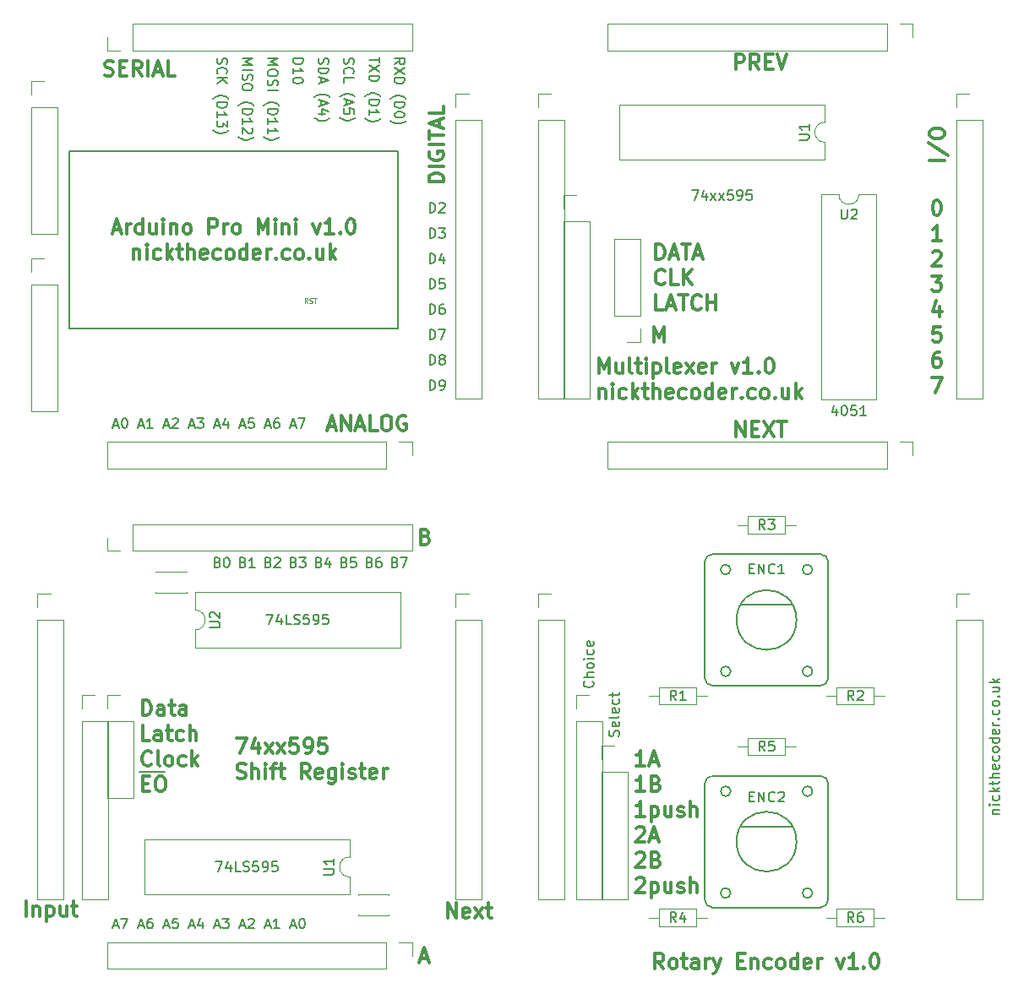
<source format=gbr>
G04 #@! TF.FileFunction,Legend,Top*
%FSLAX46Y46*%
G04 Gerber Fmt 4.6, Leading zero omitted, Abs format (unit mm)*
G04 Created by KiCad (PCBNEW 4.0.7+dfsg1-1~bpo9+1) date Wed May  2 15:41:06 2018*
%MOMM*%
%LPD*%
G01*
G04 APERTURE LIST*
%ADD10C,0.100000*%
%ADD11C,0.300000*%
%ADD12C,0.200000*%
%ADD13C,0.120000*%
%ADD14C,0.150000*%
%ADD15C,0.075000*%
G04 APERTURE END LIST*
D10*
D11*
X118702857Y-54220000D02*
X119417143Y-54220000D01*
X118560000Y-54648571D02*
X119060000Y-53148571D01*
X119560000Y-54648571D01*
X120060000Y-54648571D02*
X120060000Y-53648571D01*
X120060000Y-53934286D02*
X120131428Y-53791429D01*
X120202857Y-53720000D01*
X120345714Y-53648571D01*
X120488571Y-53648571D01*
X121631428Y-54648571D02*
X121631428Y-53148571D01*
X121631428Y-54577143D02*
X121488571Y-54648571D01*
X121202857Y-54648571D01*
X121059999Y-54577143D01*
X120988571Y-54505714D01*
X120917142Y-54362857D01*
X120917142Y-53934286D01*
X120988571Y-53791429D01*
X121059999Y-53720000D01*
X121202857Y-53648571D01*
X121488571Y-53648571D01*
X121631428Y-53720000D01*
X122988571Y-53648571D02*
X122988571Y-54648571D01*
X122345714Y-53648571D02*
X122345714Y-54434286D01*
X122417142Y-54577143D01*
X122560000Y-54648571D01*
X122774285Y-54648571D01*
X122917142Y-54577143D01*
X122988571Y-54505714D01*
X123702857Y-54648571D02*
X123702857Y-53648571D01*
X123702857Y-53148571D02*
X123631428Y-53220000D01*
X123702857Y-53291429D01*
X123774285Y-53220000D01*
X123702857Y-53148571D01*
X123702857Y-53291429D01*
X124417143Y-53648571D02*
X124417143Y-54648571D01*
X124417143Y-53791429D02*
X124488571Y-53720000D01*
X124631429Y-53648571D01*
X124845714Y-53648571D01*
X124988571Y-53720000D01*
X125060000Y-53862857D01*
X125060000Y-54648571D01*
X125988572Y-54648571D02*
X125845714Y-54577143D01*
X125774286Y-54505714D01*
X125702857Y-54362857D01*
X125702857Y-53934286D01*
X125774286Y-53791429D01*
X125845714Y-53720000D01*
X125988572Y-53648571D01*
X126202857Y-53648571D01*
X126345714Y-53720000D01*
X126417143Y-53791429D01*
X126488572Y-53934286D01*
X126488572Y-54362857D01*
X126417143Y-54505714D01*
X126345714Y-54577143D01*
X126202857Y-54648571D01*
X125988572Y-54648571D01*
X128274286Y-54648571D02*
X128274286Y-53148571D01*
X128845714Y-53148571D01*
X128988572Y-53220000D01*
X129060000Y-53291429D01*
X129131429Y-53434286D01*
X129131429Y-53648571D01*
X129060000Y-53791429D01*
X128988572Y-53862857D01*
X128845714Y-53934286D01*
X128274286Y-53934286D01*
X129774286Y-54648571D02*
X129774286Y-53648571D01*
X129774286Y-53934286D02*
X129845714Y-53791429D01*
X129917143Y-53720000D01*
X130060000Y-53648571D01*
X130202857Y-53648571D01*
X130917143Y-54648571D02*
X130774285Y-54577143D01*
X130702857Y-54505714D01*
X130631428Y-54362857D01*
X130631428Y-53934286D01*
X130702857Y-53791429D01*
X130774285Y-53720000D01*
X130917143Y-53648571D01*
X131131428Y-53648571D01*
X131274285Y-53720000D01*
X131345714Y-53791429D01*
X131417143Y-53934286D01*
X131417143Y-54362857D01*
X131345714Y-54505714D01*
X131274285Y-54577143D01*
X131131428Y-54648571D01*
X130917143Y-54648571D01*
X133202857Y-54648571D02*
X133202857Y-53148571D01*
X133702857Y-54220000D01*
X134202857Y-53148571D01*
X134202857Y-54648571D01*
X134917143Y-54648571D02*
X134917143Y-53648571D01*
X134917143Y-53148571D02*
X134845714Y-53220000D01*
X134917143Y-53291429D01*
X134988571Y-53220000D01*
X134917143Y-53148571D01*
X134917143Y-53291429D01*
X135631429Y-53648571D02*
X135631429Y-54648571D01*
X135631429Y-53791429D02*
X135702857Y-53720000D01*
X135845715Y-53648571D01*
X136060000Y-53648571D01*
X136202857Y-53720000D01*
X136274286Y-53862857D01*
X136274286Y-54648571D01*
X136988572Y-54648571D02*
X136988572Y-53648571D01*
X136988572Y-53148571D02*
X136917143Y-53220000D01*
X136988572Y-53291429D01*
X137060000Y-53220000D01*
X136988572Y-53148571D01*
X136988572Y-53291429D01*
X138702858Y-53648571D02*
X139060001Y-54648571D01*
X139417143Y-53648571D01*
X140774286Y-54648571D02*
X139917143Y-54648571D01*
X140345715Y-54648571D02*
X140345715Y-53148571D01*
X140202858Y-53362857D01*
X140060000Y-53505714D01*
X139917143Y-53577143D01*
X141417143Y-54505714D02*
X141488571Y-54577143D01*
X141417143Y-54648571D01*
X141345714Y-54577143D01*
X141417143Y-54505714D01*
X141417143Y-54648571D01*
X142417143Y-53148571D02*
X142560000Y-53148571D01*
X142702857Y-53220000D01*
X142774286Y-53291429D01*
X142845715Y-53434286D01*
X142917143Y-53720000D01*
X142917143Y-54077143D01*
X142845715Y-54362857D01*
X142774286Y-54505714D01*
X142702857Y-54577143D01*
X142560000Y-54648571D01*
X142417143Y-54648571D01*
X142274286Y-54577143D01*
X142202857Y-54505714D01*
X142131429Y-54362857D01*
X142060000Y-54077143D01*
X142060000Y-53720000D01*
X142131429Y-53434286D01*
X142202857Y-53291429D01*
X142274286Y-53220000D01*
X142417143Y-53148571D01*
X120702857Y-56198571D02*
X120702857Y-57198571D01*
X120702857Y-56341429D02*
X120774285Y-56270000D01*
X120917143Y-56198571D01*
X121131428Y-56198571D01*
X121274285Y-56270000D01*
X121345714Y-56412857D01*
X121345714Y-57198571D01*
X122060000Y-57198571D02*
X122060000Y-56198571D01*
X122060000Y-55698571D02*
X121988571Y-55770000D01*
X122060000Y-55841429D01*
X122131428Y-55770000D01*
X122060000Y-55698571D01*
X122060000Y-55841429D01*
X123417143Y-57127143D02*
X123274286Y-57198571D01*
X122988572Y-57198571D01*
X122845714Y-57127143D01*
X122774286Y-57055714D01*
X122702857Y-56912857D01*
X122702857Y-56484286D01*
X122774286Y-56341429D01*
X122845714Y-56270000D01*
X122988572Y-56198571D01*
X123274286Y-56198571D01*
X123417143Y-56270000D01*
X124060000Y-57198571D02*
X124060000Y-55698571D01*
X124202857Y-56627143D02*
X124631428Y-57198571D01*
X124631428Y-56198571D02*
X124060000Y-56770000D01*
X125060000Y-56198571D02*
X125631429Y-56198571D01*
X125274286Y-55698571D02*
X125274286Y-56984286D01*
X125345714Y-57127143D01*
X125488572Y-57198571D01*
X125631429Y-57198571D01*
X126131429Y-57198571D02*
X126131429Y-55698571D01*
X126774286Y-57198571D02*
X126774286Y-56412857D01*
X126702857Y-56270000D01*
X126560000Y-56198571D01*
X126345715Y-56198571D01*
X126202857Y-56270000D01*
X126131429Y-56341429D01*
X128060000Y-57127143D02*
X127917143Y-57198571D01*
X127631429Y-57198571D01*
X127488572Y-57127143D01*
X127417143Y-56984286D01*
X127417143Y-56412857D01*
X127488572Y-56270000D01*
X127631429Y-56198571D01*
X127917143Y-56198571D01*
X128060000Y-56270000D01*
X128131429Y-56412857D01*
X128131429Y-56555714D01*
X127417143Y-56698571D01*
X129417143Y-57127143D02*
X129274286Y-57198571D01*
X128988572Y-57198571D01*
X128845714Y-57127143D01*
X128774286Y-57055714D01*
X128702857Y-56912857D01*
X128702857Y-56484286D01*
X128774286Y-56341429D01*
X128845714Y-56270000D01*
X128988572Y-56198571D01*
X129274286Y-56198571D01*
X129417143Y-56270000D01*
X130274286Y-57198571D02*
X130131428Y-57127143D01*
X130060000Y-57055714D01*
X129988571Y-56912857D01*
X129988571Y-56484286D01*
X130060000Y-56341429D01*
X130131428Y-56270000D01*
X130274286Y-56198571D01*
X130488571Y-56198571D01*
X130631428Y-56270000D01*
X130702857Y-56341429D01*
X130774286Y-56484286D01*
X130774286Y-56912857D01*
X130702857Y-57055714D01*
X130631428Y-57127143D01*
X130488571Y-57198571D01*
X130274286Y-57198571D01*
X132060000Y-57198571D02*
X132060000Y-55698571D01*
X132060000Y-57127143D02*
X131917143Y-57198571D01*
X131631429Y-57198571D01*
X131488571Y-57127143D01*
X131417143Y-57055714D01*
X131345714Y-56912857D01*
X131345714Y-56484286D01*
X131417143Y-56341429D01*
X131488571Y-56270000D01*
X131631429Y-56198571D01*
X131917143Y-56198571D01*
X132060000Y-56270000D01*
X133345714Y-57127143D02*
X133202857Y-57198571D01*
X132917143Y-57198571D01*
X132774286Y-57127143D01*
X132702857Y-56984286D01*
X132702857Y-56412857D01*
X132774286Y-56270000D01*
X132917143Y-56198571D01*
X133202857Y-56198571D01*
X133345714Y-56270000D01*
X133417143Y-56412857D01*
X133417143Y-56555714D01*
X132702857Y-56698571D01*
X134060000Y-57198571D02*
X134060000Y-56198571D01*
X134060000Y-56484286D02*
X134131428Y-56341429D01*
X134202857Y-56270000D01*
X134345714Y-56198571D01*
X134488571Y-56198571D01*
X134988571Y-57055714D02*
X135059999Y-57127143D01*
X134988571Y-57198571D01*
X134917142Y-57127143D01*
X134988571Y-57055714D01*
X134988571Y-57198571D01*
X136345714Y-57127143D02*
X136202857Y-57198571D01*
X135917143Y-57198571D01*
X135774285Y-57127143D01*
X135702857Y-57055714D01*
X135631428Y-56912857D01*
X135631428Y-56484286D01*
X135702857Y-56341429D01*
X135774285Y-56270000D01*
X135917143Y-56198571D01*
X136202857Y-56198571D01*
X136345714Y-56270000D01*
X137202857Y-57198571D02*
X137059999Y-57127143D01*
X136988571Y-57055714D01*
X136917142Y-56912857D01*
X136917142Y-56484286D01*
X136988571Y-56341429D01*
X137059999Y-56270000D01*
X137202857Y-56198571D01*
X137417142Y-56198571D01*
X137559999Y-56270000D01*
X137631428Y-56341429D01*
X137702857Y-56484286D01*
X137702857Y-56912857D01*
X137631428Y-57055714D01*
X137559999Y-57127143D01*
X137417142Y-57198571D01*
X137202857Y-57198571D01*
X138345714Y-57055714D02*
X138417142Y-57127143D01*
X138345714Y-57198571D01*
X138274285Y-57127143D01*
X138345714Y-57055714D01*
X138345714Y-57198571D01*
X139702857Y-56198571D02*
X139702857Y-57198571D01*
X139060000Y-56198571D02*
X139060000Y-56984286D01*
X139131428Y-57127143D01*
X139274286Y-57198571D01*
X139488571Y-57198571D01*
X139631428Y-57127143D01*
X139702857Y-57055714D01*
X140417143Y-57198571D02*
X140417143Y-55698571D01*
X140560000Y-56627143D02*
X140988571Y-57198571D01*
X140988571Y-56198571D02*
X140417143Y-56770000D01*
D12*
X136445714Y-73826667D02*
X136921905Y-73826667D01*
X136350476Y-74112381D02*
X136683809Y-73112381D01*
X137017143Y-74112381D01*
X137255238Y-73112381D02*
X137921905Y-73112381D01*
X137493333Y-74112381D01*
X133905714Y-73826667D02*
X134381905Y-73826667D01*
X133810476Y-74112381D02*
X134143809Y-73112381D01*
X134477143Y-74112381D01*
X135239048Y-73112381D02*
X135048571Y-73112381D01*
X134953333Y-73160000D01*
X134905714Y-73207619D01*
X134810476Y-73350476D01*
X134762857Y-73540952D01*
X134762857Y-73921905D01*
X134810476Y-74017143D01*
X134858095Y-74064762D01*
X134953333Y-74112381D01*
X135143810Y-74112381D01*
X135239048Y-74064762D01*
X135286667Y-74017143D01*
X135334286Y-73921905D01*
X135334286Y-73683810D01*
X135286667Y-73588571D01*
X135239048Y-73540952D01*
X135143810Y-73493333D01*
X134953333Y-73493333D01*
X134858095Y-73540952D01*
X134810476Y-73588571D01*
X134762857Y-73683810D01*
D11*
X140216428Y-73910000D02*
X140930714Y-73910000D01*
X140073571Y-74338571D02*
X140573571Y-72838571D01*
X141073571Y-74338571D01*
X141573571Y-74338571D02*
X141573571Y-72838571D01*
X142430714Y-74338571D01*
X142430714Y-72838571D01*
X143073571Y-73910000D02*
X143787857Y-73910000D01*
X142930714Y-74338571D02*
X143430714Y-72838571D01*
X143930714Y-74338571D01*
X145145000Y-74338571D02*
X144430714Y-74338571D01*
X144430714Y-72838571D01*
X145930714Y-72838571D02*
X146216428Y-72838571D01*
X146359286Y-72910000D01*
X146502143Y-73052857D01*
X146573571Y-73338571D01*
X146573571Y-73838571D01*
X146502143Y-74124286D01*
X146359286Y-74267143D01*
X146216428Y-74338571D01*
X145930714Y-74338571D01*
X145787857Y-74267143D01*
X145645000Y-74124286D01*
X145573571Y-73838571D01*
X145573571Y-73338571D01*
X145645000Y-73052857D01*
X145787857Y-72910000D01*
X145930714Y-72838571D01*
X148002143Y-72910000D02*
X147859286Y-72838571D01*
X147645000Y-72838571D01*
X147430715Y-72910000D01*
X147287857Y-73052857D01*
X147216429Y-73195714D01*
X147145000Y-73481429D01*
X147145000Y-73695714D01*
X147216429Y-73981429D01*
X147287857Y-74124286D01*
X147430715Y-74267143D01*
X147645000Y-74338571D01*
X147787857Y-74338571D01*
X148002143Y-74267143D01*
X148073572Y-74195714D01*
X148073572Y-73695714D01*
X147787857Y-73695714D01*
D12*
X131627619Y-37068095D02*
X132627619Y-37068095D01*
X131913333Y-37401429D01*
X132627619Y-37734762D01*
X131627619Y-37734762D01*
X131627619Y-38210952D02*
X132627619Y-38210952D01*
X131675238Y-38639523D02*
X131627619Y-38782380D01*
X131627619Y-39020476D01*
X131675238Y-39115714D01*
X131722857Y-39163333D01*
X131818095Y-39210952D01*
X131913333Y-39210952D01*
X132008571Y-39163333D01*
X132056190Y-39115714D01*
X132103810Y-39020476D01*
X132151429Y-38829999D01*
X132199048Y-38734761D01*
X132246667Y-38687142D01*
X132341905Y-38639523D01*
X132437143Y-38639523D01*
X132532381Y-38687142D01*
X132580000Y-38734761D01*
X132627619Y-38829999D01*
X132627619Y-39068095D01*
X132580000Y-39210952D01*
X132627619Y-39829999D02*
X132627619Y-40020476D01*
X132580000Y-40115714D01*
X132484762Y-40210952D01*
X132294286Y-40258571D01*
X131960952Y-40258571D01*
X131770476Y-40210952D01*
X131675238Y-40115714D01*
X131627619Y-40020476D01*
X131627619Y-39829999D01*
X131675238Y-39734761D01*
X131770476Y-39639523D01*
X131960952Y-39591904D01*
X132294286Y-39591904D01*
X132484762Y-39639523D01*
X132580000Y-39734761D01*
X132627619Y-39829999D01*
X131246667Y-41734762D02*
X131294286Y-41687142D01*
X131437143Y-41591904D01*
X131532381Y-41544285D01*
X131675238Y-41496666D01*
X131913333Y-41449047D01*
X132103810Y-41449047D01*
X132341905Y-41496666D01*
X132484762Y-41544285D01*
X132580000Y-41591904D01*
X132722857Y-41687142D01*
X132770476Y-41734762D01*
X131627619Y-42115714D02*
X132627619Y-42115714D01*
X132627619Y-42353809D01*
X132580000Y-42496667D01*
X132484762Y-42591905D01*
X132389524Y-42639524D01*
X132199048Y-42687143D01*
X132056190Y-42687143D01*
X131865714Y-42639524D01*
X131770476Y-42591905D01*
X131675238Y-42496667D01*
X131627619Y-42353809D01*
X131627619Y-42115714D01*
X131627619Y-43639524D02*
X131627619Y-43068095D01*
X131627619Y-43353809D02*
X132627619Y-43353809D01*
X132484762Y-43258571D01*
X132389524Y-43163333D01*
X132341905Y-43068095D01*
X132532381Y-44020476D02*
X132580000Y-44068095D01*
X132627619Y-44163333D01*
X132627619Y-44401429D01*
X132580000Y-44496667D01*
X132532381Y-44544286D01*
X132437143Y-44591905D01*
X132341905Y-44591905D01*
X132199048Y-44544286D01*
X131627619Y-43972857D01*
X131627619Y-44591905D01*
X131246667Y-44925238D02*
X131294286Y-44972857D01*
X131437143Y-45068095D01*
X131532381Y-45115714D01*
X131675238Y-45163333D01*
X131913333Y-45210952D01*
X132103810Y-45210952D01*
X132341905Y-45163333D01*
X132484762Y-45115714D01*
X132580000Y-45068095D01*
X132722857Y-44972857D01*
X132770476Y-44925238D01*
X118665714Y-73826667D02*
X119141905Y-73826667D01*
X118570476Y-74112381D02*
X118903809Y-73112381D01*
X119237143Y-74112381D01*
X119760952Y-73112381D02*
X119856191Y-73112381D01*
X119951429Y-73160000D01*
X119999048Y-73207619D01*
X120046667Y-73302857D01*
X120094286Y-73493333D01*
X120094286Y-73731429D01*
X120046667Y-73921905D01*
X119999048Y-74017143D01*
X119951429Y-74064762D01*
X119856191Y-74112381D01*
X119760952Y-74112381D01*
X119665714Y-74064762D01*
X119618095Y-74017143D01*
X119570476Y-73921905D01*
X119522857Y-73731429D01*
X119522857Y-73493333D01*
X119570476Y-73302857D01*
X119618095Y-73207619D01*
X119665714Y-73160000D01*
X119760952Y-73112381D01*
X121205714Y-73826667D02*
X121681905Y-73826667D01*
X121110476Y-74112381D02*
X121443809Y-73112381D01*
X121777143Y-74112381D01*
X122634286Y-74112381D02*
X122062857Y-74112381D01*
X122348571Y-74112381D02*
X122348571Y-73112381D01*
X122253333Y-73255238D01*
X122158095Y-73350476D01*
X122062857Y-73398095D01*
X131365714Y-73826667D02*
X131841905Y-73826667D01*
X131270476Y-74112381D02*
X131603809Y-73112381D01*
X131937143Y-74112381D01*
X132746667Y-73112381D02*
X132270476Y-73112381D01*
X132222857Y-73588571D01*
X132270476Y-73540952D01*
X132365714Y-73493333D01*
X132603810Y-73493333D01*
X132699048Y-73540952D01*
X132746667Y-73588571D01*
X132794286Y-73683810D01*
X132794286Y-73921905D01*
X132746667Y-74017143D01*
X132699048Y-74064762D01*
X132603810Y-74112381D01*
X132365714Y-74112381D01*
X132270476Y-74064762D01*
X132222857Y-74017143D01*
X128825714Y-73826667D02*
X129301905Y-73826667D01*
X128730476Y-74112381D02*
X129063809Y-73112381D01*
X129397143Y-74112381D01*
X130159048Y-73445714D02*
X130159048Y-74112381D01*
X129920952Y-73064762D02*
X129682857Y-73779048D01*
X130301905Y-73779048D01*
X126285714Y-73826667D02*
X126761905Y-73826667D01*
X126190476Y-74112381D02*
X126523809Y-73112381D01*
X126857143Y-74112381D01*
X127095238Y-73112381D02*
X127714286Y-73112381D01*
X127380952Y-73493333D01*
X127523810Y-73493333D01*
X127619048Y-73540952D01*
X127666667Y-73588571D01*
X127714286Y-73683810D01*
X127714286Y-73921905D01*
X127666667Y-74017143D01*
X127619048Y-74064762D01*
X127523810Y-74112381D01*
X127238095Y-74112381D01*
X127142857Y-74064762D01*
X127095238Y-74017143D01*
X123745714Y-73826667D02*
X124221905Y-73826667D01*
X123650476Y-74112381D02*
X123983809Y-73112381D01*
X124317143Y-74112381D01*
X124602857Y-73207619D02*
X124650476Y-73160000D01*
X124745714Y-73112381D01*
X124983810Y-73112381D01*
X125079048Y-73160000D01*
X125126667Y-73207619D01*
X125174286Y-73302857D01*
X125174286Y-73398095D01*
X125126667Y-73540952D01*
X124555238Y-74112381D01*
X125174286Y-74112381D01*
X129135238Y-37020476D02*
X129087619Y-37163333D01*
X129087619Y-37401429D01*
X129135238Y-37496667D01*
X129182857Y-37544286D01*
X129278095Y-37591905D01*
X129373333Y-37591905D01*
X129468571Y-37544286D01*
X129516190Y-37496667D01*
X129563810Y-37401429D01*
X129611429Y-37210952D01*
X129659048Y-37115714D01*
X129706667Y-37068095D01*
X129801905Y-37020476D01*
X129897143Y-37020476D01*
X129992381Y-37068095D01*
X130040000Y-37115714D01*
X130087619Y-37210952D01*
X130087619Y-37449048D01*
X130040000Y-37591905D01*
X129182857Y-38591905D02*
X129135238Y-38544286D01*
X129087619Y-38401429D01*
X129087619Y-38306191D01*
X129135238Y-38163333D01*
X129230476Y-38068095D01*
X129325714Y-38020476D01*
X129516190Y-37972857D01*
X129659048Y-37972857D01*
X129849524Y-38020476D01*
X129944762Y-38068095D01*
X130040000Y-38163333D01*
X130087619Y-38306191D01*
X130087619Y-38401429D01*
X130040000Y-38544286D01*
X129992381Y-38591905D01*
X129087619Y-39020476D02*
X130087619Y-39020476D01*
X129087619Y-39591905D02*
X129659048Y-39163333D01*
X130087619Y-39591905D02*
X129516190Y-39020476D01*
X128706667Y-41068096D02*
X128754286Y-41020476D01*
X128897143Y-40925238D01*
X128992381Y-40877619D01*
X129135238Y-40830000D01*
X129373333Y-40782381D01*
X129563810Y-40782381D01*
X129801905Y-40830000D01*
X129944762Y-40877619D01*
X130040000Y-40925238D01*
X130182857Y-41020476D01*
X130230476Y-41068096D01*
X129087619Y-41449048D02*
X130087619Y-41449048D01*
X130087619Y-41687143D01*
X130040000Y-41830001D01*
X129944762Y-41925239D01*
X129849524Y-41972858D01*
X129659048Y-42020477D01*
X129516190Y-42020477D01*
X129325714Y-41972858D01*
X129230476Y-41925239D01*
X129135238Y-41830001D01*
X129087619Y-41687143D01*
X129087619Y-41449048D01*
X129087619Y-42972858D02*
X129087619Y-42401429D01*
X129087619Y-42687143D02*
X130087619Y-42687143D01*
X129944762Y-42591905D01*
X129849524Y-42496667D01*
X129801905Y-42401429D01*
X130087619Y-43306191D02*
X130087619Y-43925239D01*
X129706667Y-43591905D01*
X129706667Y-43734763D01*
X129659048Y-43830001D01*
X129611429Y-43877620D01*
X129516190Y-43925239D01*
X129278095Y-43925239D01*
X129182857Y-43877620D01*
X129135238Y-43830001D01*
X129087619Y-43734763D01*
X129087619Y-43449048D01*
X129135238Y-43353810D01*
X129182857Y-43306191D01*
X128706667Y-44258572D02*
X128754286Y-44306191D01*
X128897143Y-44401429D01*
X128992381Y-44449048D01*
X129135238Y-44496667D01*
X129373333Y-44544286D01*
X129563810Y-44544286D01*
X129801905Y-44496667D01*
X129944762Y-44449048D01*
X130040000Y-44401429D01*
X130182857Y-44306191D01*
X130230476Y-44258572D01*
X146867619Y-37639524D02*
X147343810Y-37306190D01*
X146867619Y-37068095D02*
X147867619Y-37068095D01*
X147867619Y-37449048D01*
X147820000Y-37544286D01*
X147772381Y-37591905D01*
X147677143Y-37639524D01*
X147534286Y-37639524D01*
X147439048Y-37591905D01*
X147391429Y-37544286D01*
X147343810Y-37449048D01*
X147343810Y-37068095D01*
X147867619Y-37972857D02*
X146867619Y-38639524D01*
X147867619Y-38639524D02*
X146867619Y-37972857D01*
X146867619Y-39020476D02*
X147867619Y-39020476D01*
X147867619Y-39258571D01*
X147820000Y-39401429D01*
X147724762Y-39496667D01*
X147629524Y-39544286D01*
X147439048Y-39591905D01*
X147296190Y-39591905D01*
X147105714Y-39544286D01*
X147010476Y-39496667D01*
X146915238Y-39401429D01*
X146867619Y-39258571D01*
X146867619Y-39020476D01*
X146486667Y-41068096D02*
X146534286Y-41020476D01*
X146677143Y-40925238D01*
X146772381Y-40877619D01*
X146915238Y-40830000D01*
X147153333Y-40782381D01*
X147343810Y-40782381D01*
X147581905Y-40830000D01*
X147724762Y-40877619D01*
X147820000Y-40925238D01*
X147962857Y-41020476D01*
X148010476Y-41068096D01*
X146867619Y-41449048D02*
X147867619Y-41449048D01*
X147867619Y-41687143D01*
X147820000Y-41830001D01*
X147724762Y-41925239D01*
X147629524Y-41972858D01*
X147439048Y-42020477D01*
X147296190Y-42020477D01*
X147105714Y-41972858D01*
X147010476Y-41925239D01*
X146915238Y-41830001D01*
X146867619Y-41687143D01*
X146867619Y-41449048D01*
X147867619Y-42639524D02*
X147867619Y-42734763D01*
X147820000Y-42830001D01*
X147772381Y-42877620D01*
X147677143Y-42925239D01*
X147486667Y-42972858D01*
X147248571Y-42972858D01*
X147058095Y-42925239D01*
X146962857Y-42877620D01*
X146915238Y-42830001D01*
X146867619Y-42734763D01*
X146867619Y-42639524D01*
X146915238Y-42544286D01*
X146962857Y-42496667D01*
X147058095Y-42449048D01*
X147248571Y-42401429D01*
X147486667Y-42401429D01*
X147677143Y-42449048D01*
X147772381Y-42496667D01*
X147820000Y-42544286D01*
X147867619Y-42639524D01*
X146486667Y-43306191D02*
X146534286Y-43353810D01*
X146677143Y-43449048D01*
X146772381Y-43496667D01*
X146915238Y-43544286D01*
X147153333Y-43591905D01*
X147343810Y-43591905D01*
X147581905Y-43544286D01*
X147724762Y-43496667D01*
X147820000Y-43449048D01*
X147962857Y-43353810D01*
X148010476Y-43306191D01*
X141835238Y-37020476D02*
X141787619Y-37163333D01*
X141787619Y-37401429D01*
X141835238Y-37496667D01*
X141882857Y-37544286D01*
X141978095Y-37591905D01*
X142073333Y-37591905D01*
X142168571Y-37544286D01*
X142216190Y-37496667D01*
X142263810Y-37401429D01*
X142311429Y-37210952D01*
X142359048Y-37115714D01*
X142406667Y-37068095D01*
X142501905Y-37020476D01*
X142597143Y-37020476D01*
X142692381Y-37068095D01*
X142740000Y-37115714D01*
X142787619Y-37210952D01*
X142787619Y-37449048D01*
X142740000Y-37591905D01*
X141882857Y-38591905D02*
X141835238Y-38544286D01*
X141787619Y-38401429D01*
X141787619Y-38306191D01*
X141835238Y-38163333D01*
X141930476Y-38068095D01*
X142025714Y-38020476D01*
X142216190Y-37972857D01*
X142359048Y-37972857D01*
X142549524Y-38020476D01*
X142644762Y-38068095D01*
X142740000Y-38163333D01*
X142787619Y-38306191D01*
X142787619Y-38401429D01*
X142740000Y-38544286D01*
X142692381Y-38591905D01*
X141787619Y-39496667D02*
X141787619Y-39020476D01*
X142787619Y-39020476D01*
X141406667Y-40877620D02*
X141454286Y-40830000D01*
X141597143Y-40734762D01*
X141692381Y-40687143D01*
X141835238Y-40639524D01*
X142073333Y-40591905D01*
X142263810Y-40591905D01*
X142501905Y-40639524D01*
X142644762Y-40687143D01*
X142740000Y-40734762D01*
X142882857Y-40830000D01*
X142930476Y-40877620D01*
X142073333Y-41210953D02*
X142073333Y-41687144D01*
X141787619Y-41115715D02*
X142787619Y-41449048D01*
X141787619Y-41782382D01*
X142787619Y-42591906D02*
X142787619Y-42115715D01*
X142311429Y-42068096D01*
X142359048Y-42115715D01*
X142406667Y-42210953D01*
X142406667Y-42449049D01*
X142359048Y-42544287D01*
X142311429Y-42591906D01*
X142216190Y-42639525D01*
X141978095Y-42639525D01*
X141882857Y-42591906D01*
X141835238Y-42544287D01*
X141787619Y-42449049D01*
X141787619Y-42210953D01*
X141835238Y-42115715D01*
X141882857Y-42068096D01*
X141406667Y-42972858D02*
X141454286Y-43020477D01*
X141597143Y-43115715D01*
X141692381Y-43163334D01*
X141835238Y-43210953D01*
X142073333Y-43258572D01*
X142263810Y-43258572D01*
X142501905Y-43210953D01*
X142644762Y-43163334D01*
X142740000Y-43115715D01*
X142882857Y-43020477D01*
X142930476Y-42972858D01*
X139295238Y-37020476D02*
X139247619Y-37163333D01*
X139247619Y-37401429D01*
X139295238Y-37496667D01*
X139342857Y-37544286D01*
X139438095Y-37591905D01*
X139533333Y-37591905D01*
X139628571Y-37544286D01*
X139676190Y-37496667D01*
X139723810Y-37401429D01*
X139771429Y-37210952D01*
X139819048Y-37115714D01*
X139866667Y-37068095D01*
X139961905Y-37020476D01*
X140057143Y-37020476D01*
X140152381Y-37068095D01*
X140200000Y-37115714D01*
X140247619Y-37210952D01*
X140247619Y-37449048D01*
X140200000Y-37591905D01*
X139247619Y-38020476D02*
X140247619Y-38020476D01*
X140247619Y-38258571D01*
X140200000Y-38401429D01*
X140104762Y-38496667D01*
X140009524Y-38544286D01*
X139819048Y-38591905D01*
X139676190Y-38591905D01*
X139485714Y-38544286D01*
X139390476Y-38496667D01*
X139295238Y-38401429D01*
X139247619Y-38258571D01*
X139247619Y-38020476D01*
X139533333Y-38972857D02*
X139533333Y-39449048D01*
X139247619Y-38877619D02*
X140247619Y-39210952D01*
X139247619Y-39544286D01*
X138866667Y-40925239D02*
X138914286Y-40877619D01*
X139057143Y-40782381D01*
X139152381Y-40734762D01*
X139295238Y-40687143D01*
X139533333Y-40639524D01*
X139723810Y-40639524D01*
X139961905Y-40687143D01*
X140104762Y-40734762D01*
X140200000Y-40782381D01*
X140342857Y-40877619D01*
X140390476Y-40925239D01*
X139533333Y-41258572D02*
X139533333Y-41734763D01*
X139247619Y-41163334D02*
X140247619Y-41496667D01*
X139247619Y-41830001D01*
X139914286Y-42591906D02*
X139247619Y-42591906D01*
X140295238Y-42353810D02*
X139580952Y-42115715D01*
X139580952Y-42734763D01*
X138866667Y-43020477D02*
X138914286Y-43068096D01*
X139057143Y-43163334D01*
X139152381Y-43210953D01*
X139295238Y-43258572D01*
X139533333Y-43306191D01*
X139723810Y-43306191D01*
X139961905Y-43258572D01*
X140104762Y-43210953D01*
X140200000Y-43163334D01*
X140342857Y-43068096D01*
X140390476Y-43020477D01*
X145327619Y-36925238D02*
X145327619Y-37496667D01*
X144327619Y-37210952D02*
X145327619Y-37210952D01*
X145327619Y-37734762D02*
X144327619Y-38401429D01*
X145327619Y-38401429D02*
X144327619Y-37734762D01*
X144327619Y-38782381D02*
X145327619Y-38782381D01*
X145327619Y-39020476D01*
X145280000Y-39163334D01*
X145184762Y-39258572D01*
X145089524Y-39306191D01*
X144899048Y-39353810D01*
X144756190Y-39353810D01*
X144565714Y-39306191D01*
X144470476Y-39258572D01*
X144375238Y-39163334D01*
X144327619Y-39020476D01*
X144327619Y-38782381D01*
X143946667Y-40830001D02*
X143994286Y-40782381D01*
X144137143Y-40687143D01*
X144232381Y-40639524D01*
X144375238Y-40591905D01*
X144613333Y-40544286D01*
X144803810Y-40544286D01*
X145041905Y-40591905D01*
X145184762Y-40639524D01*
X145280000Y-40687143D01*
X145422857Y-40782381D01*
X145470476Y-40830001D01*
X144327619Y-41210953D02*
X145327619Y-41210953D01*
X145327619Y-41449048D01*
X145280000Y-41591906D01*
X145184762Y-41687144D01*
X145089524Y-41734763D01*
X144899048Y-41782382D01*
X144756190Y-41782382D01*
X144565714Y-41734763D01*
X144470476Y-41687144D01*
X144375238Y-41591906D01*
X144327619Y-41449048D01*
X144327619Y-41210953D01*
X144327619Y-42734763D02*
X144327619Y-42163334D01*
X144327619Y-42449048D02*
X145327619Y-42449048D01*
X145184762Y-42353810D01*
X145089524Y-42258572D01*
X145041905Y-42163334D01*
X143946667Y-43068096D02*
X143994286Y-43115715D01*
X144137143Y-43210953D01*
X144232381Y-43258572D01*
X144375238Y-43306191D01*
X144613333Y-43353810D01*
X144803810Y-43353810D01*
X145041905Y-43306191D01*
X145184762Y-43258572D01*
X145280000Y-43210953D01*
X145422857Y-43115715D01*
X145470476Y-43068096D01*
X136707619Y-37068095D02*
X137707619Y-37068095D01*
X137707619Y-37306190D01*
X137660000Y-37449048D01*
X137564762Y-37544286D01*
X137469524Y-37591905D01*
X137279048Y-37639524D01*
X137136190Y-37639524D01*
X136945714Y-37591905D01*
X136850476Y-37544286D01*
X136755238Y-37449048D01*
X136707619Y-37306190D01*
X136707619Y-37068095D01*
X136707619Y-38591905D02*
X136707619Y-38020476D01*
X136707619Y-38306190D02*
X137707619Y-38306190D01*
X137564762Y-38210952D01*
X137469524Y-38115714D01*
X137421905Y-38020476D01*
X137707619Y-39210952D02*
X137707619Y-39306191D01*
X137660000Y-39401429D01*
X137612381Y-39449048D01*
X137517143Y-39496667D01*
X137326667Y-39544286D01*
X137088571Y-39544286D01*
X136898095Y-39496667D01*
X136802857Y-39449048D01*
X136755238Y-39401429D01*
X136707619Y-39306191D01*
X136707619Y-39210952D01*
X136755238Y-39115714D01*
X136802857Y-39068095D01*
X136898095Y-39020476D01*
X137088571Y-38972857D01*
X137326667Y-38972857D01*
X137517143Y-39020476D01*
X137612381Y-39068095D01*
X137660000Y-39115714D01*
X137707619Y-39210952D01*
X134167619Y-37068095D02*
X135167619Y-37068095D01*
X134453333Y-37401429D01*
X135167619Y-37734762D01*
X134167619Y-37734762D01*
X135167619Y-38401428D02*
X135167619Y-38591905D01*
X135120000Y-38687143D01*
X135024762Y-38782381D01*
X134834286Y-38830000D01*
X134500952Y-38830000D01*
X134310476Y-38782381D01*
X134215238Y-38687143D01*
X134167619Y-38591905D01*
X134167619Y-38401428D01*
X134215238Y-38306190D01*
X134310476Y-38210952D01*
X134500952Y-38163333D01*
X134834286Y-38163333D01*
X135024762Y-38210952D01*
X135120000Y-38306190D01*
X135167619Y-38401428D01*
X134215238Y-39210952D02*
X134167619Y-39353809D01*
X134167619Y-39591905D01*
X134215238Y-39687143D01*
X134262857Y-39734762D01*
X134358095Y-39782381D01*
X134453333Y-39782381D01*
X134548571Y-39734762D01*
X134596190Y-39687143D01*
X134643810Y-39591905D01*
X134691429Y-39401428D01*
X134739048Y-39306190D01*
X134786667Y-39258571D01*
X134881905Y-39210952D01*
X134977143Y-39210952D01*
X135072381Y-39258571D01*
X135120000Y-39306190D01*
X135167619Y-39401428D01*
X135167619Y-39639524D01*
X135120000Y-39782381D01*
X134167619Y-40210952D02*
X135167619Y-40210952D01*
X133786667Y-41734762D02*
X133834286Y-41687142D01*
X133977143Y-41591904D01*
X134072381Y-41544285D01*
X134215238Y-41496666D01*
X134453333Y-41449047D01*
X134643810Y-41449047D01*
X134881905Y-41496666D01*
X135024762Y-41544285D01*
X135120000Y-41591904D01*
X135262857Y-41687142D01*
X135310476Y-41734762D01*
X134167619Y-42115714D02*
X135167619Y-42115714D01*
X135167619Y-42353809D01*
X135120000Y-42496667D01*
X135024762Y-42591905D01*
X134929524Y-42639524D01*
X134739048Y-42687143D01*
X134596190Y-42687143D01*
X134405714Y-42639524D01*
X134310476Y-42591905D01*
X134215238Y-42496667D01*
X134167619Y-42353809D01*
X134167619Y-42115714D01*
X134167619Y-43639524D02*
X134167619Y-43068095D01*
X134167619Y-43353809D02*
X135167619Y-43353809D01*
X135024762Y-43258571D01*
X134929524Y-43163333D01*
X134881905Y-43068095D01*
X134167619Y-44591905D02*
X134167619Y-44020476D01*
X134167619Y-44306190D02*
X135167619Y-44306190D01*
X135024762Y-44210952D01*
X134929524Y-44115714D01*
X134881905Y-44020476D01*
X133786667Y-44925238D02*
X133834286Y-44972857D01*
X133977143Y-45068095D01*
X134072381Y-45115714D01*
X134215238Y-45163333D01*
X134453333Y-45210952D01*
X134643810Y-45210952D01*
X134881905Y-45163333D01*
X135024762Y-45115714D01*
X135120000Y-45068095D01*
X135262857Y-44972857D01*
X135310476Y-44925238D01*
X150391905Y-70302381D02*
X150391905Y-69302381D01*
X150630000Y-69302381D01*
X150772858Y-69350000D01*
X150868096Y-69445238D01*
X150915715Y-69540476D01*
X150963334Y-69730952D01*
X150963334Y-69873810D01*
X150915715Y-70064286D01*
X150868096Y-70159524D01*
X150772858Y-70254762D01*
X150630000Y-70302381D01*
X150391905Y-70302381D01*
X151439524Y-70302381D02*
X151630000Y-70302381D01*
X151725239Y-70254762D01*
X151772858Y-70207143D01*
X151868096Y-70064286D01*
X151915715Y-69873810D01*
X151915715Y-69492857D01*
X151868096Y-69397619D01*
X151820477Y-69350000D01*
X151725239Y-69302381D01*
X151534762Y-69302381D01*
X151439524Y-69350000D01*
X151391905Y-69397619D01*
X151344286Y-69492857D01*
X151344286Y-69730952D01*
X151391905Y-69826190D01*
X151439524Y-69873810D01*
X151534762Y-69921429D01*
X151725239Y-69921429D01*
X151820477Y-69873810D01*
X151868096Y-69826190D01*
X151915715Y-69730952D01*
X150391905Y-67762381D02*
X150391905Y-66762381D01*
X150630000Y-66762381D01*
X150772858Y-66810000D01*
X150868096Y-66905238D01*
X150915715Y-67000476D01*
X150963334Y-67190952D01*
X150963334Y-67333810D01*
X150915715Y-67524286D01*
X150868096Y-67619524D01*
X150772858Y-67714762D01*
X150630000Y-67762381D01*
X150391905Y-67762381D01*
X151534762Y-67190952D02*
X151439524Y-67143333D01*
X151391905Y-67095714D01*
X151344286Y-67000476D01*
X151344286Y-66952857D01*
X151391905Y-66857619D01*
X151439524Y-66810000D01*
X151534762Y-66762381D01*
X151725239Y-66762381D01*
X151820477Y-66810000D01*
X151868096Y-66857619D01*
X151915715Y-66952857D01*
X151915715Y-67000476D01*
X151868096Y-67095714D01*
X151820477Y-67143333D01*
X151725239Y-67190952D01*
X151534762Y-67190952D01*
X151439524Y-67238571D01*
X151391905Y-67286190D01*
X151344286Y-67381429D01*
X151344286Y-67571905D01*
X151391905Y-67667143D01*
X151439524Y-67714762D01*
X151534762Y-67762381D01*
X151725239Y-67762381D01*
X151820477Y-67714762D01*
X151868096Y-67667143D01*
X151915715Y-67571905D01*
X151915715Y-67381429D01*
X151868096Y-67286190D01*
X151820477Y-67238571D01*
X151725239Y-67190952D01*
X150391905Y-65222381D02*
X150391905Y-64222381D01*
X150630000Y-64222381D01*
X150772858Y-64270000D01*
X150868096Y-64365238D01*
X150915715Y-64460476D01*
X150963334Y-64650952D01*
X150963334Y-64793810D01*
X150915715Y-64984286D01*
X150868096Y-65079524D01*
X150772858Y-65174762D01*
X150630000Y-65222381D01*
X150391905Y-65222381D01*
X151296667Y-64222381D02*
X151963334Y-64222381D01*
X151534762Y-65222381D01*
X150391905Y-62682381D02*
X150391905Y-61682381D01*
X150630000Y-61682381D01*
X150772858Y-61730000D01*
X150868096Y-61825238D01*
X150915715Y-61920476D01*
X150963334Y-62110952D01*
X150963334Y-62253810D01*
X150915715Y-62444286D01*
X150868096Y-62539524D01*
X150772858Y-62634762D01*
X150630000Y-62682381D01*
X150391905Y-62682381D01*
X151820477Y-61682381D02*
X151630000Y-61682381D01*
X151534762Y-61730000D01*
X151487143Y-61777619D01*
X151391905Y-61920476D01*
X151344286Y-62110952D01*
X151344286Y-62491905D01*
X151391905Y-62587143D01*
X151439524Y-62634762D01*
X151534762Y-62682381D01*
X151725239Y-62682381D01*
X151820477Y-62634762D01*
X151868096Y-62587143D01*
X151915715Y-62491905D01*
X151915715Y-62253810D01*
X151868096Y-62158571D01*
X151820477Y-62110952D01*
X151725239Y-62063333D01*
X151534762Y-62063333D01*
X151439524Y-62110952D01*
X151391905Y-62158571D01*
X151344286Y-62253810D01*
X150391905Y-60142381D02*
X150391905Y-59142381D01*
X150630000Y-59142381D01*
X150772858Y-59190000D01*
X150868096Y-59285238D01*
X150915715Y-59380476D01*
X150963334Y-59570952D01*
X150963334Y-59713810D01*
X150915715Y-59904286D01*
X150868096Y-59999524D01*
X150772858Y-60094762D01*
X150630000Y-60142381D01*
X150391905Y-60142381D01*
X151868096Y-59142381D02*
X151391905Y-59142381D01*
X151344286Y-59618571D01*
X151391905Y-59570952D01*
X151487143Y-59523333D01*
X151725239Y-59523333D01*
X151820477Y-59570952D01*
X151868096Y-59618571D01*
X151915715Y-59713810D01*
X151915715Y-59951905D01*
X151868096Y-60047143D01*
X151820477Y-60094762D01*
X151725239Y-60142381D01*
X151487143Y-60142381D01*
X151391905Y-60094762D01*
X151344286Y-60047143D01*
X150391905Y-57602381D02*
X150391905Y-56602381D01*
X150630000Y-56602381D01*
X150772858Y-56650000D01*
X150868096Y-56745238D01*
X150915715Y-56840476D01*
X150963334Y-57030952D01*
X150963334Y-57173810D01*
X150915715Y-57364286D01*
X150868096Y-57459524D01*
X150772858Y-57554762D01*
X150630000Y-57602381D01*
X150391905Y-57602381D01*
X151820477Y-56935714D02*
X151820477Y-57602381D01*
X151582381Y-56554762D02*
X151344286Y-57269048D01*
X151963334Y-57269048D01*
X150391905Y-55062381D02*
X150391905Y-54062381D01*
X150630000Y-54062381D01*
X150772858Y-54110000D01*
X150868096Y-54205238D01*
X150915715Y-54300476D01*
X150963334Y-54490952D01*
X150963334Y-54633810D01*
X150915715Y-54824286D01*
X150868096Y-54919524D01*
X150772858Y-55014762D01*
X150630000Y-55062381D01*
X150391905Y-55062381D01*
X151296667Y-54062381D02*
X151915715Y-54062381D01*
X151582381Y-54443333D01*
X151725239Y-54443333D01*
X151820477Y-54490952D01*
X151868096Y-54538571D01*
X151915715Y-54633810D01*
X151915715Y-54871905D01*
X151868096Y-54967143D01*
X151820477Y-55014762D01*
X151725239Y-55062381D01*
X151439524Y-55062381D01*
X151344286Y-55014762D01*
X151296667Y-54967143D01*
X150391905Y-52522381D02*
X150391905Y-51522381D01*
X150630000Y-51522381D01*
X150772858Y-51570000D01*
X150868096Y-51665238D01*
X150915715Y-51760476D01*
X150963334Y-51950952D01*
X150963334Y-52093810D01*
X150915715Y-52284286D01*
X150868096Y-52379524D01*
X150772858Y-52474762D01*
X150630000Y-52522381D01*
X150391905Y-52522381D01*
X151344286Y-51617619D02*
X151391905Y-51570000D01*
X151487143Y-51522381D01*
X151725239Y-51522381D01*
X151820477Y-51570000D01*
X151868096Y-51617619D01*
X151915715Y-51712857D01*
X151915715Y-51808095D01*
X151868096Y-51950952D01*
X151296667Y-52522381D01*
X151915715Y-52522381D01*
D11*
X117820714Y-38707143D02*
X118035000Y-38778571D01*
X118392143Y-38778571D01*
X118535000Y-38707143D01*
X118606429Y-38635714D01*
X118677857Y-38492857D01*
X118677857Y-38350000D01*
X118606429Y-38207143D01*
X118535000Y-38135714D01*
X118392143Y-38064286D01*
X118106429Y-37992857D01*
X117963571Y-37921429D01*
X117892143Y-37850000D01*
X117820714Y-37707143D01*
X117820714Y-37564286D01*
X117892143Y-37421429D01*
X117963571Y-37350000D01*
X118106429Y-37278571D01*
X118463571Y-37278571D01*
X118677857Y-37350000D01*
X119320714Y-37992857D02*
X119820714Y-37992857D01*
X120035000Y-38778571D02*
X119320714Y-38778571D01*
X119320714Y-37278571D01*
X120035000Y-37278571D01*
X121535000Y-38778571D02*
X121035000Y-38064286D01*
X120677857Y-38778571D02*
X120677857Y-37278571D01*
X121249285Y-37278571D01*
X121392143Y-37350000D01*
X121463571Y-37421429D01*
X121535000Y-37564286D01*
X121535000Y-37778571D01*
X121463571Y-37921429D01*
X121392143Y-37992857D01*
X121249285Y-38064286D01*
X120677857Y-38064286D01*
X122177857Y-38778571D02*
X122177857Y-37278571D01*
X122820714Y-38350000D02*
X123535000Y-38350000D01*
X122677857Y-38778571D02*
X123177857Y-37278571D01*
X123677857Y-38778571D01*
X124892143Y-38778571D02*
X124177857Y-38778571D01*
X124177857Y-37278571D01*
X151808571Y-49398571D02*
X150308571Y-49398571D01*
X150308571Y-49041428D01*
X150380000Y-48827143D01*
X150522857Y-48684285D01*
X150665714Y-48612857D01*
X150951429Y-48541428D01*
X151165714Y-48541428D01*
X151451429Y-48612857D01*
X151594286Y-48684285D01*
X151737143Y-48827143D01*
X151808571Y-49041428D01*
X151808571Y-49398571D01*
X151808571Y-47898571D02*
X150308571Y-47898571D01*
X150380000Y-46398571D02*
X150308571Y-46541428D01*
X150308571Y-46755714D01*
X150380000Y-46969999D01*
X150522857Y-47112857D01*
X150665714Y-47184285D01*
X150951429Y-47255714D01*
X151165714Y-47255714D01*
X151451429Y-47184285D01*
X151594286Y-47112857D01*
X151737143Y-46969999D01*
X151808571Y-46755714D01*
X151808571Y-46612857D01*
X151737143Y-46398571D01*
X151665714Y-46327142D01*
X151165714Y-46327142D01*
X151165714Y-46612857D01*
X151808571Y-45684285D02*
X150308571Y-45684285D01*
X150308571Y-45184285D02*
X150308571Y-44327142D01*
X151808571Y-44755713D02*
X150308571Y-44755713D01*
X151380000Y-43898571D02*
X151380000Y-43184285D01*
X151808571Y-44041428D02*
X150308571Y-43541428D01*
X151808571Y-43041428D01*
X151808571Y-41827142D02*
X151808571Y-42541428D01*
X150308571Y-42541428D01*
X200715715Y-69028571D02*
X201715715Y-69028571D01*
X201072858Y-70528571D01*
X201501429Y-66488571D02*
X201215715Y-66488571D01*
X201072858Y-66560000D01*
X201001429Y-66631429D01*
X200858572Y-66845714D01*
X200787143Y-67131429D01*
X200787143Y-67702857D01*
X200858572Y-67845714D01*
X200930000Y-67917143D01*
X201072858Y-67988571D01*
X201358572Y-67988571D01*
X201501429Y-67917143D01*
X201572858Y-67845714D01*
X201644286Y-67702857D01*
X201644286Y-67345714D01*
X201572858Y-67202857D01*
X201501429Y-67131429D01*
X201358572Y-67060000D01*
X201072858Y-67060000D01*
X200930000Y-67131429D01*
X200858572Y-67202857D01*
X200787143Y-67345714D01*
X201572858Y-63948571D02*
X200858572Y-63948571D01*
X200787143Y-64662857D01*
X200858572Y-64591429D01*
X201001429Y-64520000D01*
X201358572Y-64520000D01*
X201501429Y-64591429D01*
X201572858Y-64662857D01*
X201644286Y-64805714D01*
X201644286Y-65162857D01*
X201572858Y-65305714D01*
X201501429Y-65377143D01*
X201358572Y-65448571D01*
X201001429Y-65448571D01*
X200858572Y-65377143D01*
X200787143Y-65305714D01*
X201501429Y-61908571D02*
X201501429Y-62908571D01*
X201144286Y-61337143D02*
X200787143Y-62408571D01*
X201715715Y-62408571D01*
X200715715Y-58868571D02*
X201644286Y-58868571D01*
X201144286Y-59440000D01*
X201358572Y-59440000D01*
X201501429Y-59511429D01*
X201572858Y-59582857D01*
X201644286Y-59725714D01*
X201644286Y-60082857D01*
X201572858Y-60225714D01*
X201501429Y-60297143D01*
X201358572Y-60368571D01*
X200930000Y-60368571D01*
X200787143Y-60297143D01*
X200715715Y-60225714D01*
X200787143Y-56471429D02*
X200858572Y-56400000D01*
X201001429Y-56328571D01*
X201358572Y-56328571D01*
X201501429Y-56400000D01*
X201572858Y-56471429D01*
X201644286Y-56614286D01*
X201644286Y-56757143D01*
X201572858Y-56971429D01*
X200715715Y-57828571D01*
X201644286Y-57828571D01*
X201644286Y-55288571D02*
X200787143Y-55288571D01*
X201215715Y-55288571D02*
X201215715Y-53788571D01*
X201072858Y-54002857D01*
X200930000Y-54145714D01*
X200787143Y-54217143D01*
X201144286Y-51248571D02*
X201287143Y-51248571D01*
X201430000Y-51320000D01*
X201501429Y-51391429D01*
X201572858Y-51534286D01*
X201644286Y-51820000D01*
X201644286Y-52177143D01*
X201572858Y-52462857D01*
X201501429Y-52605714D01*
X201430000Y-52677143D01*
X201287143Y-52748571D01*
X201144286Y-52748571D01*
X201001429Y-52677143D01*
X200930000Y-52605714D01*
X200858572Y-52462857D01*
X200787143Y-52177143D01*
X200787143Y-51820000D01*
X200858572Y-51534286D01*
X200930000Y-51391429D01*
X201001429Y-51320000D01*
X201144286Y-51248571D01*
X181050715Y-38143571D02*
X181050715Y-36643571D01*
X181622143Y-36643571D01*
X181765001Y-36715000D01*
X181836429Y-36786429D01*
X181907858Y-36929286D01*
X181907858Y-37143571D01*
X181836429Y-37286429D01*
X181765001Y-37357857D01*
X181622143Y-37429286D01*
X181050715Y-37429286D01*
X183407858Y-38143571D02*
X182907858Y-37429286D01*
X182550715Y-38143571D02*
X182550715Y-36643571D01*
X183122143Y-36643571D01*
X183265001Y-36715000D01*
X183336429Y-36786429D01*
X183407858Y-36929286D01*
X183407858Y-37143571D01*
X183336429Y-37286429D01*
X183265001Y-37357857D01*
X183122143Y-37429286D01*
X182550715Y-37429286D01*
X184050715Y-37357857D02*
X184550715Y-37357857D01*
X184765001Y-38143571D02*
X184050715Y-38143571D01*
X184050715Y-36643571D01*
X184765001Y-36643571D01*
X185193572Y-36643571D02*
X185693572Y-38143571D01*
X186193572Y-36643571D01*
X181122143Y-74973571D02*
X181122143Y-73473571D01*
X181979286Y-74973571D01*
X181979286Y-73473571D01*
X182693572Y-74187857D02*
X183193572Y-74187857D01*
X183407858Y-74973571D02*
X182693572Y-74973571D01*
X182693572Y-73473571D01*
X183407858Y-73473571D01*
X183907858Y-73473571D02*
X184907858Y-74973571D01*
X184907858Y-73473571D02*
X183907858Y-74973571D01*
X185265000Y-73473571D02*
X186122143Y-73473571D01*
X185693572Y-74973571D02*
X185693572Y-73473571D01*
X201973571Y-47291429D02*
X200473571Y-47291429D01*
X200402143Y-45505715D02*
X202330714Y-46791429D01*
X200473571Y-44720000D02*
X200473571Y-44434286D01*
X200545000Y-44291428D01*
X200687857Y-44148571D01*
X200973571Y-44077143D01*
X201473571Y-44077143D01*
X201759286Y-44148571D01*
X201902143Y-44291428D01*
X201973571Y-44434286D01*
X201973571Y-44720000D01*
X201902143Y-44862857D01*
X201759286Y-45005714D01*
X201473571Y-45077143D01*
X200973571Y-45077143D01*
X200687857Y-45005714D01*
X200545000Y-44862857D01*
X200473571Y-44720000D01*
X172855000Y-65448571D02*
X172855000Y-63948571D01*
X173355000Y-65020000D01*
X173855000Y-63948571D01*
X173855000Y-65448571D01*
X173791429Y-62273571D02*
X173077143Y-62273571D01*
X173077143Y-60773571D01*
X174220000Y-61845000D02*
X174934286Y-61845000D01*
X174077143Y-62273571D02*
X174577143Y-60773571D01*
X175077143Y-62273571D01*
X175362857Y-60773571D02*
X176220000Y-60773571D01*
X175791429Y-62273571D02*
X175791429Y-60773571D01*
X177577143Y-62130714D02*
X177505714Y-62202143D01*
X177291428Y-62273571D01*
X177148571Y-62273571D01*
X176934286Y-62202143D01*
X176791428Y-62059286D01*
X176720000Y-61916429D01*
X176648571Y-61630714D01*
X176648571Y-61416429D01*
X176720000Y-61130714D01*
X176791428Y-60987857D01*
X176934286Y-60845000D01*
X177148571Y-60773571D01*
X177291428Y-60773571D01*
X177505714Y-60845000D01*
X177577143Y-60916429D01*
X178220000Y-62273571D02*
X178220000Y-60773571D01*
X178220000Y-61487857D02*
X179077143Y-61487857D01*
X179077143Y-62273571D02*
X179077143Y-60773571D01*
X173934286Y-59590714D02*
X173862857Y-59662143D01*
X173648571Y-59733571D01*
X173505714Y-59733571D01*
X173291429Y-59662143D01*
X173148571Y-59519286D01*
X173077143Y-59376429D01*
X173005714Y-59090714D01*
X173005714Y-58876429D01*
X173077143Y-58590714D01*
X173148571Y-58447857D01*
X173291429Y-58305000D01*
X173505714Y-58233571D01*
X173648571Y-58233571D01*
X173862857Y-58305000D01*
X173934286Y-58376429D01*
X175291429Y-59733571D02*
X174577143Y-59733571D01*
X174577143Y-58233571D01*
X175791429Y-59733571D02*
X175791429Y-58233571D01*
X176648572Y-59733571D02*
X176005715Y-58876429D01*
X176648572Y-58233571D02*
X175791429Y-59090714D01*
X173077143Y-57193571D02*
X173077143Y-55693571D01*
X173434286Y-55693571D01*
X173648571Y-55765000D01*
X173791429Y-55907857D01*
X173862857Y-56050714D01*
X173934286Y-56336429D01*
X173934286Y-56550714D01*
X173862857Y-56836429D01*
X173791429Y-56979286D01*
X173648571Y-57122143D01*
X173434286Y-57193571D01*
X173077143Y-57193571D01*
X174505714Y-56765000D02*
X175220000Y-56765000D01*
X174362857Y-57193571D02*
X174862857Y-55693571D01*
X175362857Y-57193571D01*
X175648571Y-55693571D02*
X176505714Y-55693571D01*
X176077143Y-57193571D02*
X176077143Y-55693571D01*
X176934285Y-56765000D02*
X177648571Y-56765000D01*
X176791428Y-57193571D02*
X177291428Y-55693571D01*
X177791428Y-57193571D01*
X167362143Y-68618571D02*
X167362143Y-67118571D01*
X167862143Y-68190000D01*
X168362143Y-67118571D01*
X168362143Y-68618571D01*
X169719286Y-67618571D02*
X169719286Y-68618571D01*
X169076429Y-67618571D02*
X169076429Y-68404286D01*
X169147857Y-68547143D01*
X169290715Y-68618571D01*
X169505000Y-68618571D01*
X169647857Y-68547143D01*
X169719286Y-68475714D01*
X170647858Y-68618571D02*
X170505000Y-68547143D01*
X170433572Y-68404286D01*
X170433572Y-67118571D01*
X171005000Y-67618571D02*
X171576429Y-67618571D01*
X171219286Y-67118571D02*
X171219286Y-68404286D01*
X171290714Y-68547143D01*
X171433572Y-68618571D01*
X171576429Y-68618571D01*
X172076429Y-68618571D02*
X172076429Y-67618571D01*
X172076429Y-67118571D02*
X172005000Y-67190000D01*
X172076429Y-67261429D01*
X172147857Y-67190000D01*
X172076429Y-67118571D01*
X172076429Y-67261429D01*
X172790715Y-67618571D02*
X172790715Y-69118571D01*
X172790715Y-67690000D02*
X172933572Y-67618571D01*
X173219286Y-67618571D01*
X173362143Y-67690000D01*
X173433572Y-67761429D01*
X173505001Y-67904286D01*
X173505001Y-68332857D01*
X173433572Y-68475714D01*
X173362143Y-68547143D01*
X173219286Y-68618571D01*
X172933572Y-68618571D01*
X172790715Y-68547143D01*
X174362144Y-68618571D02*
X174219286Y-68547143D01*
X174147858Y-68404286D01*
X174147858Y-67118571D01*
X175505000Y-68547143D02*
X175362143Y-68618571D01*
X175076429Y-68618571D01*
X174933572Y-68547143D01*
X174862143Y-68404286D01*
X174862143Y-67832857D01*
X174933572Y-67690000D01*
X175076429Y-67618571D01*
X175362143Y-67618571D01*
X175505000Y-67690000D01*
X175576429Y-67832857D01*
X175576429Y-67975714D01*
X174862143Y-68118571D01*
X176076429Y-68618571D02*
X176862143Y-67618571D01*
X176076429Y-67618571D02*
X176862143Y-68618571D01*
X178005000Y-68547143D02*
X177862143Y-68618571D01*
X177576429Y-68618571D01*
X177433572Y-68547143D01*
X177362143Y-68404286D01*
X177362143Y-67832857D01*
X177433572Y-67690000D01*
X177576429Y-67618571D01*
X177862143Y-67618571D01*
X178005000Y-67690000D01*
X178076429Y-67832857D01*
X178076429Y-67975714D01*
X177362143Y-68118571D01*
X178719286Y-68618571D02*
X178719286Y-67618571D01*
X178719286Y-67904286D02*
X178790714Y-67761429D01*
X178862143Y-67690000D01*
X179005000Y-67618571D01*
X179147857Y-67618571D01*
X180647857Y-67618571D02*
X181005000Y-68618571D01*
X181362142Y-67618571D01*
X182719285Y-68618571D02*
X181862142Y-68618571D01*
X182290714Y-68618571D02*
X182290714Y-67118571D01*
X182147857Y-67332857D01*
X182004999Y-67475714D01*
X181862142Y-67547143D01*
X183362142Y-68475714D02*
X183433570Y-68547143D01*
X183362142Y-68618571D01*
X183290713Y-68547143D01*
X183362142Y-68475714D01*
X183362142Y-68618571D01*
X184362142Y-67118571D02*
X184504999Y-67118571D01*
X184647856Y-67190000D01*
X184719285Y-67261429D01*
X184790714Y-67404286D01*
X184862142Y-67690000D01*
X184862142Y-68047143D01*
X184790714Y-68332857D01*
X184719285Y-68475714D01*
X184647856Y-68547143D01*
X184504999Y-68618571D01*
X184362142Y-68618571D01*
X184219285Y-68547143D01*
X184147856Y-68475714D01*
X184076428Y-68332857D01*
X184004999Y-68047143D01*
X184004999Y-67690000D01*
X184076428Y-67404286D01*
X184147856Y-67261429D01*
X184219285Y-67190000D01*
X184362142Y-67118571D01*
X167362143Y-70168571D02*
X167362143Y-71168571D01*
X167362143Y-70311429D02*
X167433571Y-70240000D01*
X167576429Y-70168571D01*
X167790714Y-70168571D01*
X167933571Y-70240000D01*
X168005000Y-70382857D01*
X168005000Y-71168571D01*
X168719286Y-71168571D02*
X168719286Y-70168571D01*
X168719286Y-69668571D02*
X168647857Y-69740000D01*
X168719286Y-69811429D01*
X168790714Y-69740000D01*
X168719286Y-69668571D01*
X168719286Y-69811429D01*
X170076429Y-71097143D02*
X169933572Y-71168571D01*
X169647858Y-71168571D01*
X169505000Y-71097143D01*
X169433572Y-71025714D01*
X169362143Y-70882857D01*
X169362143Y-70454286D01*
X169433572Y-70311429D01*
X169505000Y-70240000D01*
X169647858Y-70168571D01*
X169933572Y-70168571D01*
X170076429Y-70240000D01*
X170719286Y-71168571D02*
X170719286Y-69668571D01*
X170862143Y-70597143D02*
X171290714Y-71168571D01*
X171290714Y-70168571D02*
X170719286Y-70740000D01*
X171719286Y-70168571D02*
X172290715Y-70168571D01*
X171933572Y-69668571D02*
X171933572Y-70954286D01*
X172005000Y-71097143D01*
X172147858Y-71168571D01*
X172290715Y-71168571D01*
X172790715Y-71168571D02*
X172790715Y-69668571D01*
X173433572Y-71168571D02*
X173433572Y-70382857D01*
X173362143Y-70240000D01*
X173219286Y-70168571D01*
X173005001Y-70168571D01*
X172862143Y-70240000D01*
X172790715Y-70311429D01*
X174719286Y-71097143D02*
X174576429Y-71168571D01*
X174290715Y-71168571D01*
X174147858Y-71097143D01*
X174076429Y-70954286D01*
X174076429Y-70382857D01*
X174147858Y-70240000D01*
X174290715Y-70168571D01*
X174576429Y-70168571D01*
X174719286Y-70240000D01*
X174790715Y-70382857D01*
X174790715Y-70525714D01*
X174076429Y-70668571D01*
X176076429Y-71097143D02*
X175933572Y-71168571D01*
X175647858Y-71168571D01*
X175505000Y-71097143D01*
X175433572Y-71025714D01*
X175362143Y-70882857D01*
X175362143Y-70454286D01*
X175433572Y-70311429D01*
X175505000Y-70240000D01*
X175647858Y-70168571D01*
X175933572Y-70168571D01*
X176076429Y-70240000D01*
X176933572Y-71168571D02*
X176790714Y-71097143D01*
X176719286Y-71025714D01*
X176647857Y-70882857D01*
X176647857Y-70454286D01*
X176719286Y-70311429D01*
X176790714Y-70240000D01*
X176933572Y-70168571D01*
X177147857Y-70168571D01*
X177290714Y-70240000D01*
X177362143Y-70311429D01*
X177433572Y-70454286D01*
X177433572Y-70882857D01*
X177362143Y-71025714D01*
X177290714Y-71097143D01*
X177147857Y-71168571D01*
X176933572Y-71168571D01*
X178719286Y-71168571D02*
X178719286Y-69668571D01*
X178719286Y-71097143D02*
X178576429Y-71168571D01*
X178290715Y-71168571D01*
X178147857Y-71097143D01*
X178076429Y-71025714D01*
X178005000Y-70882857D01*
X178005000Y-70454286D01*
X178076429Y-70311429D01*
X178147857Y-70240000D01*
X178290715Y-70168571D01*
X178576429Y-70168571D01*
X178719286Y-70240000D01*
X180005000Y-71097143D02*
X179862143Y-71168571D01*
X179576429Y-71168571D01*
X179433572Y-71097143D01*
X179362143Y-70954286D01*
X179362143Y-70382857D01*
X179433572Y-70240000D01*
X179576429Y-70168571D01*
X179862143Y-70168571D01*
X180005000Y-70240000D01*
X180076429Y-70382857D01*
X180076429Y-70525714D01*
X179362143Y-70668571D01*
X180719286Y-71168571D02*
X180719286Y-70168571D01*
X180719286Y-70454286D02*
X180790714Y-70311429D01*
X180862143Y-70240000D01*
X181005000Y-70168571D01*
X181147857Y-70168571D01*
X181647857Y-71025714D02*
X181719285Y-71097143D01*
X181647857Y-71168571D01*
X181576428Y-71097143D01*
X181647857Y-71025714D01*
X181647857Y-71168571D01*
X183005000Y-71097143D02*
X182862143Y-71168571D01*
X182576429Y-71168571D01*
X182433571Y-71097143D01*
X182362143Y-71025714D01*
X182290714Y-70882857D01*
X182290714Y-70454286D01*
X182362143Y-70311429D01*
X182433571Y-70240000D01*
X182576429Y-70168571D01*
X182862143Y-70168571D01*
X183005000Y-70240000D01*
X183862143Y-71168571D02*
X183719285Y-71097143D01*
X183647857Y-71025714D01*
X183576428Y-70882857D01*
X183576428Y-70454286D01*
X183647857Y-70311429D01*
X183719285Y-70240000D01*
X183862143Y-70168571D01*
X184076428Y-70168571D01*
X184219285Y-70240000D01*
X184290714Y-70311429D01*
X184362143Y-70454286D01*
X184362143Y-70882857D01*
X184290714Y-71025714D01*
X184219285Y-71097143D01*
X184076428Y-71168571D01*
X183862143Y-71168571D01*
X185005000Y-71025714D02*
X185076428Y-71097143D01*
X185005000Y-71168571D01*
X184933571Y-71097143D01*
X185005000Y-71025714D01*
X185005000Y-71168571D01*
X186362143Y-70168571D02*
X186362143Y-71168571D01*
X185719286Y-70168571D02*
X185719286Y-70954286D01*
X185790714Y-71097143D01*
X185933572Y-71168571D01*
X186147857Y-71168571D01*
X186290714Y-71097143D01*
X186362143Y-71025714D01*
X187076429Y-71168571D02*
X187076429Y-69668571D01*
X187219286Y-70597143D02*
X187647857Y-71168571D01*
X187647857Y-70168571D02*
X187076429Y-70740000D01*
D12*
X129135239Y-87558571D02*
X129278096Y-87606190D01*
X129325715Y-87653810D01*
X129373334Y-87749048D01*
X129373334Y-87891905D01*
X129325715Y-87987143D01*
X129278096Y-88034762D01*
X129182858Y-88082381D01*
X128801905Y-88082381D01*
X128801905Y-87082381D01*
X129135239Y-87082381D01*
X129230477Y-87130000D01*
X129278096Y-87177619D01*
X129325715Y-87272857D01*
X129325715Y-87368095D01*
X129278096Y-87463333D01*
X129230477Y-87510952D01*
X129135239Y-87558571D01*
X128801905Y-87558571D01*
X129992381Y-87082381D02*
X130087620Y-87082381D01*
X130182858Y-87130000D01*
X130230477Y-87177619D01*
X130278096Y-87272857D01*
X130325715Y-87463333D01*
X130325715Y-87701429D01*
X130278096Y-87891905D01*
X130230477Y-87987143D01*
X130182858Y-88034762D01*
X130087620Y-88082381D01*
X129992381Y-88082381D01*
X129897143Y-88034762D01*
X129849524Y-87987143D01*
X129801905Y-87891905D01*
X129754286Y-87701429D01*
X129754286Y-87463333D01*
X129801905Y-87272857D01*
X129849524Y-87177619D01*
X129897143Y-87130000D01*
X129992381Y-87082381D01*
X131675239Y-87558571D02*
X131818096Y-87606190D01*
X131865715Y-87653810D01*
X131913334Y-87749048D01*
X131913334Y-87891905D01*
X131865715Y-87987143D01*
X131818096Y-88034762D01*
X131722858Y-88082381D01*
X131341905Y-88082381D01*
X131341905Y-87082381D01*
X131675239Y-87082381D01*
X131770477Y-87130000D01*
X131818096Y-87177619D01*
X131865715Y-87272857D01*
X131865715Y-87368095D01*
X131818096Y-87463333D01*
X131770477Y-87510952D01*
X131675239Y-87558571D01*
X131341905Y-87558571D01*
X132865715Y-88082381D02*
X132294286Y-88082381D01*
X132580000Y-88082381D02*
X132580000Y-87082381D01*
X132484762Y-87225238D01*
X132389524Y-87320476D01*
X132294286Y-87368095D01*
X134215239Y-87558571D02*
X134358096Y-87606190D01*
X134405715Y-87653810D01*
X134453334Y-87749048D01*
X134453334Y-87891905D01*
X134405715Y-87987143D01*
X134358096Y-88034762D01*
X134262858Y-88082381D01*
X133881905Y-88082381D01*
X133881905Y-87082381D01*
X134215239Y-87082381D01*
X134310477Y-87130000D01*
X134358096Y-87177619D01*
X134405715Y-87272857D01*
X134405715Y-87368095D01*
X134358096Y-87463333D01*
X134310477Y-87510952D01*
X134215239Y-87558571D01*
X133881905Y-87558571D01*
X134834286Y-87177619D02*
X134881905Y-87130000D01*
X134977143Y-87082381D01*
X135215239Y-87082381D01*
X135310477Y-87130000D01*
X135358096Y-87177619D01*
X135405715Y-87272857D01*
X135405715Y-87368095D01*
X135358096Y-87510952D01*
X134786667Y-88082381D01*
X135405715Y-88082381D01*
X136755239Y-87558571D02*
X136898096Y-87606190D01*
X136945715Y-87653810D01*
X136993334Y-87749048D01*
X136993334Y-87891905D01*
X136945715Y-87987143D01*
X136898096Y-88034762D01*
X136802858Y-88082381D01*
X136421905Y-88082381D01*
X136421905Y-87082381D01*
X136755239Y-87082381D01*
X136850477Y-87130000D01*
X136898096Y-87177619D01*
X136945715Y-87272857D01*
X136945715Y-87368095D01*
X136898096Y-87463333D01*
X136850477Y-87510952D01*
X136755239Y-87558571D01*
X136421905Y-87558571D01*
X137326667Y-87082381D02*
X137945715Y-87082381D01*
X137612381Y-87463333D01*
X137755239Y-87463333D01*
X137850477Y-87510952D01*
X137898096Y-87558571D01*
X137945715Y-87653810D01*
X137945715Y-87891905D01*
X137898096Y-87987143D01*
X137850477Y-88034762D01*
X137755239Y-88082381D01*
X137469524Y-88082381D01*
X137374286Y-88034762D01*
X137326667Y-87987143D01*
X139295239Y-87558571D02*
X139438096Y-87606190D01*
X139485715Y-87653810D01*
X139533334Y-87749048D01*
X139533334Y-87891905D01*
X139485715Y-87987143D01*
X139438096Y-88034762D01*
X139342858Y-88082381D01*
X138961905Y-88082381D01*
X138961905Y-87082381D01*
X139295239Y-87082381D01*
X139390477Y-87130000D01*
X139438096Y-87177619D01*
X139485715Y-87272857D01*
X139485715Y-87368095D01*
X139438096Y-87463333D01*
X139390477Y-87510952D01*
X139295239Y-87558571D01*
X138961905Y-87558571D01*
X140390477Y-87415714D02*
X140390477Y-88082381D01*
X140152381Y-87034762D02*
X139914286Y-87749048D01*
X140533334Y-87749048D01*
X141835239Y-87558571D02*
X141978096Y-87606190D01*
X142025715Y-87653810D01*
X142073334Y-87749048D01*
X142073334Y-87891905D01*
X142025715Y-87987143D01*
X141978096Y-88034762D01*
X141882858Y-88082381D01*
X141501905Y-88082381D01*
X141501905Y-87082381D01*
X141835239Y-87082381D01*
X141930477Y-87130000D01*
X141978096Y-87177619D01*
X142025715Y-87272857D01*
X142025715Y-87368095D01*
X141978096Y-87463333D01*
X141930477Y-87510952D01*
X141835239Y-87558571D01*
X141501905Y-87558571D01*
X142978096Y-87082381D02*
X142501905Y-87082381D01*
X142454286Y-87558571D01*
X142501905Y-87510952D01*
X142597143Y-87463333D01*
X142835239Y-87463333D01*
X142930477Y-87510952D01*
X142978096Y-87558571D01*
X143025715Y-87653810D01*
X143025715Y-87891905D01*
X142978096Y-87987143D01*
X142930477Y-88034762D01*
X142835239Y-88082381D01*
X142597143Y-88082381D01*
X142501905Y-88034762D01*
X142454286Y-87987143D01*
X144375239Y-87558571D02*
X144518096Y-87606190D01*
X144565715Y-87653810D01*
X144613334Y-87749048D01*
X144613334Y-87891905D01*
X144565715Y-87987143D01*
X144518096Y-88034762D01*
X144422858Y-88082381D01*
X144041905Y-88082381D01*
X144041905Y-87082381D01*
X144375239Y-87082381D01*
X144470477Y-87130000D01*
X144518096Y-87177619D01*
X144565715Y-87272857D01*
X144565715Y-87368095D01*
X144518096Y-87463333D01*
X144470477Y-87510952D01*
X144375239Y-87558571D01*
X144041905Y-87558571D01*
X145470477Y-87082381D02*
X145280000Y-87082381D01*
X145184762Y-87130000D01*
X145137143Y-87177619D01*
X145041905Y-87320476D01*
X144994286Y-87510952D01*
X144994286Y-87891905D01*
X145041905Y-87987143D01*
X145089524Y-88034762D01*
X145184762Y-88082381D01*
X145375239Y-88082381D01*
X145470477Y-88034762D01*
X145518096Y-87987143D01*
X145565715Y-87891905D01*
X145565715Y-87653810D01*
X145518096Y-87558571D01*
X145470477Y-87510952D01*
X145375239Y-87463333D01*
X145184762Y-87463333D01*
X145089524Y-87510952D01*
X145041905Y-87558571D01*
X144994286Y-87653810D01*
X146915239Y-87558571D02*
X147058096Y-87606190D01*
X147105715Y-87653810D01*
X147153334Y-87749048D01*
X147153334Y-87891905D01*
X147105715Y-87987143D01*
X147058096Y-88034762D01*
X146962858Y-88082381D01*
X146581905Y-88082381D01*
X146581905Y-87082381D01*
X146915239Y-87082381D01*
X147010477Y-87130000D01*
X147058096Y-87177619D01*
X147105715Y-87272857D01*
X147105715Y-87368095D01*
X147058096Y-87463333D01*
X147010477Y-87510952D01*
X146915239Y-87558571D01*
X146581905Y-87558571D01*
X147486667Y-87082381D02*
X148153334Y-87082381D01*
X147724762Y-88082381D01*
D11*
X149967143Y-84982857D02*
X150181429Y-85054286D01*
X150252857Y-85125714D01*
X150324286Y-85268571D01*
X150324286Y-85482857D01*
X150252857Y-85625714D01*
X150181429Y-85697143D01*
X150038571Y-85768571D01*
X149467143Y-85768571D01*
X149467143Y-84268571D01*
X149967143Y-84268571D01*
X150110000Y-84340000D01*
X150181429Y-84411429D01*
X150252857Y-84554286D01*
X150252857Y-84697143D01*
X150181429Y-84840000D01*
X150110000Y-84911429D01*
X149967143Y-84982857D01*
X149467143Y-84982857D01*
D12*
X118665714Y-123991667D02*
X119141905Y-123991667D01*
X118570476Y-124277381D02*
X118903809Y-123277381D01*
X119237143Y-124277381D01*
X119475238Y-123277381D02*
X120141905Y-123277381D01*
X119713333Y-124277381D01*
X121205714Y-123991667D02*
X121681905Y-123991667D01*
X121110476Y-124277381D02*
X121443809Y-123277381D01*
X121777143Y-124277381D01*
X122539048Y-123277381D02*
X122348571Y-123277381D01*
X122253333Y-123325000D01*
X122205714Y-123372619D01*
X122110476Y-123515476D01*
X122062857Y-123705952D01*
X122062857Y-124086905D01*
X122110476Y-124182143D01*
X122158095Y-124229762D01*
X122253333Y-124277381D01*
X122443810Y-124277381D01*
X122539048Y-124229762D01*
X122586667Y-124182143D01*
X122634286Y-124086905D01*
X122634286Y-123848810D01*
X122586667Y-123753571D01*
X122539048Y-123705952D01*
X122443810Y-123658333D01*
X122253333Y-123658333D01*
X122158095Y-123705952D01*
X122110476Y-123753571D01*
X122062857Y-123848810D01*
X123745714Y-123991667D02*
X124221905Y-123991667D01*
X123650476Y-124277381D02*
X123983809Y-123277381D01*
X124317143Y-124277381D01*
X125126667Y-123277381D02*
X124650476Y-123277381D01*
X124602857Y-123753571D01*
X124650476Y-123705952D01*
X124745714Y-123658333D01*
X124983810Y-123658333D01*
X125079048Y-123705952D01*
X125126667Y-123753571D01*
X125174286Y-123848810D01*
X125174286Y-124086905D01*
X125126667Y-124182143D01*
X125079048Y-124229762D01*
X124983810Y-124277381D01*
X124745714Y-124277381D01*
X124650476Y-124229762D01*
X124602857Y-124182143D01*
X126285714Y-123991667D02*
X126761905Y-123991667D01*
X126190476Y-124277381D02*
X126523809Y-123277381D01*
X126857143Y-124277381D01*
X127619048Y-123610714D02*
X127619048Y-124277381D01*
X127380952Y-123229762D02*
X127142857Y-123944048D01*
X127761905Y-123944048D01*
X128825714Y-123991667D02*
X129301905Y-123991667D01*
X128730476Y-124277381D02*
X129063809Y-123277381D01*
X129397143Y-124277381D01*
X129635238Y-123277381D02*
X130254286Y-123277381D01*
X129920952Y-123658333D01*
X130063810Y-123658333D01*
X130159048Y-123705952D01*
X130206667Y-123753571D01*
X130254286Y-123848810D01*
X130254286Y-124086905D01*
X130206667Y-124182143D01*
X130159048Y-124229762D01*
X130063810Y-124277381D01*
X129778095Y-124277381D01*
X129682857Y-124229762D01*
X129635238Y-124182143D01*
X131365714Y-123991667D02*
X131841905Y-123991667D01*
X131270476Y-124277381D02*
X131603809Y-123277381D01*
X131937143Y-124277381D01*
X132222857Y-123372619D02*
X132270476Y-123325000D01*
X132365714Y-123277381D01*
X132603810Y-123277381D01*
X132699048Y-123325000D01*
X132746667Y-123372619D01*
X132794286Y-123467857D01*
X132794286Y-123563095D01*
X132746667Y-123705952D01*
X132175238Y-124277381D01*
X132794286Y-124277381D01*
X133905714Y-123991667D02*
X134381905Y-123991667D01*
X133810476Y-124277381D02*
X134143809Y-123277381D01*
X134477143Y-124277381D01*
X135334286Y-124277381D02*
X134762857Y-124277381D01*
X135048571Y-124277381D02*
X135048571Y-123277381D01*
X134953333Y-123420238D01*
X134858095Y-123515476D01*
X134762857Y-123563095D01*
D11*
X131024286Y-105218571D02*
X132024286Y-105218571D01*
X131381429Y-106718571D01*
X133238571Y-105718571D02*
X133238571Y-106718571D01*
X132881428Y-105147143D02*
X132524285Y-106218571D01*
X133452857Y-106218571D01*
X133881428Y-106718571D02*
X134667142Y-105718571D01*
X133881428Y-105718571D02*
X134667142Y-106718571D01*
X135095714Y-106718571D02*
X135881428Y-105718571D01*
X135095714Y-105718571D02*
X135881428Y-106718571D01*
X137167143Y-105218571D02*
X136452857Y-105218571D01*
X136381428Y-105932857D01*
X136452857Y-105861429D01*
X136595714Y-105790000D01*
X136952857Y-105790000D01*
X137095714Y-105861429D01*
X137167143Y-105932857D01*
X137238571Y-106075714D01*
X137238571Y-106432857D01*
X137167143Y-106575714D01*
X137095714Y-106647143D01*
X136952857Y-106718571D01*
X136595714Y-106718571D01*
X136452857Y-106647143D01*
X136381428Y-106575714D01*
X137952856Y-106718571D02*
X138238571Y-106718571D01*
X138381428Y-106647143D01*
X138452856Y-106575714D01*
X138595714Y-106361429D01*
X138667142Y-106075714D01*
X138667142Y-105504286D01*
X138595714Y-105361429D01*
X138524285Y-105290000D01*
X138381428Y-105218571D01*
X138095714Y-105218571D01*
X137952856Y-105290000D01*
X137881428Y-105361429D01*
X137809999Y-105504286D01*
X137809999Y-105861429D01*
X137881428Y-106004286D01*
X137952856Y-106075714D01*
X138095714Y-106147143D01*
X138381428Y-106147143D01*
X138524285Y-106075714D01*
X138595714Y-106004286D01*
X138667142Y-105861429D01*
X140024285Y-105218571D02*
X139309999Y-105218571D01*
X139238570Y-105932857D01*
X139309999Y-105861429D01*
X139452856Y-105790000D01*
X139809999Y-105790000D01*
X139952856Y-105861429D01*
X140024285Y-105932857D01*
X140095713Y-106075714D01*
X140095713Y-106432857D01*
X140024285Y-106575714D01*
X139952856Y-106647143D01*
X139809999Y-106718571D01*
X139452856Y-106718571D01*
X139309999Y-106647143D01*
X139238570Y-106575714D01*
X131095714Y-109197143D02*
X131310000Y-109268571D01*
X131667143Y-109268571D01*
X131810000Y-109197143D01*
X131881429Y-109125714D01*
X131952857Y-108982857D01*
X131952857Y-108840000D01*
X131881429Y-108697143D01*
X131810000Y-108625714D01*
X131667143Y-108554286D01*
X131381429Y-108482857D01*
X131238571Y-108411429D01*
X131167143Y-108340000D01*
X131095714Y-108197143D01*
X131095714Y-108054286D01*
X131167143Y-107911429D01*
X131238571Y-107840000D01*
X131381429Y-107768571D01*
X131738571Y-107768571D01*
X131952857Y-107840000D01*
X132595714Y-109268571D02*
X132595714Y-107768571D01*
X133238571Y-109268571D02*
X133238571Y-108482857D01*
X133167142Y-108340000D01*
X133024285Y-108268571D01*
X132810000Y-108268571D01*
X132667142Y-108340000D01*
X132595714Y-108411429D01*
X133952857Y-109268571D02*
X133952857Y-108268571D01*
X133952857Y-107768571D02*
X133881428Y-107840000D01*
X133952857Y-107911429D01*
X134024285Y-107840000D01*
X133952857Y-107768571D01*
X133952857Y-107911429D01*
X134452857Y-108268571D02*
X135024286Y-108268571D01*
X134667143Y-109268571D02*
X134667143Y-107982857D01*
X134738571Y-107840000D01*
X134881429Y-107768571D01*
X135024286Y-107768571D01*
X135310000Y-108268571D02*
X135881429Y-108268571D01*
X135524286Y-107768571D02*
X135524286Y-109054286D01*
X135595714Y-109197143D01*
X135738572Y-109268571D01*
X135881429Y-109268571D01*
X138381429Y-109268571D02*
X137881429Y-108554286D01*
X137524286Y-109268571D02*
X137524286Y-107768571D01*
X138095714Y-107768571D01*
X138238572Y-107840000D01*
X138310000Y-107911429D01*
X138381429Y-108054286D01*
X138381429Y-108268571D01*
X138310000Y-108411429D01*
X138238572Y-108482857D01*
X138095714Y-108554286D01*
X137524286Y-108554286D01*
X139595714Y-109197143D02*
X139452857Y-109268571D01*
X139167143Y-109268571D01*
X139024286Y-109197143D01*
X138952857Y-109054286D01*
X138952857Y-108482857D01*
X139024286Y-108340000D01*
X139167143Y-108268571D01*
X139452857Y-108268571D01*
X139595714Y-108340000D01*
X139667143Y-108482857D01*
X139667143Y-108625714D01*
X138952857Y-108768571D01*
X140952857Y-108268571D02*
X140952857Y-109482857D01*
X140881428Y-109625714D01*
X140810000Y-109697143D01*
X140667143Y-109768571D01*
X140452857Y-109768571D01*
X140310000Y-109697143D01*
X140952857Y-109197143D02*
X140810000Y-109268571D01*
X140524286Y-109268571D01*
X140381428Y-109197143D01*
X140310000Y-109125714D01*
X140238571Y-108982857D01*
X140238571Y-108554286D01*
X140310000Y-108411429D01*
X140381428Y-108340000D01*
X140524286Y-108268571D01*
X140810000Y-108268571D01*
X140952857Y-108340000D01*
X141667143Y-109268571D02*
X141667143Y-108268571D01*
X141667143Y-107768571D02*
X141595714Y-107840000D01*
X141667143Y-107911429D01*
X141738571Y-107840000D01*
X141667143Y-107768571D01*
X141667143Y-107911429D01*
X142310000Y-109197143D02*
X142452857Y-109268571D01*
X142738572Y-109268571D01*
X142881429Y-109197143D01*
X142952857Y-109054286D01*
X142952857Y-108982857D01*
X142881429Y-108840000D01*
X142738572Y-108768571D01*
X142524286Y-108768571D01*
X142381429Y-108697143D01*
X142310000Y-108554286D01*
X142310000Y-108482857D01*
X142381429Y-108340000D01*
X142524286Y-108268571D01*
X142738572Y-108268571D01*
X142881429Y-108340000D01*
X143381429Y-108268571D02*
X143952858Y-108268571D01*
X143595715Y-107768571D02*
X143595715Y-109054286D01*
X143667143Y-109197143D01*
X143810001Y-109268571D01*
X143952858Y-109268571D01*
X145024286Y-109197143D02*
X144881429Y-109268571D01*
X144595715Y-109268571D01*
X144452858Y-109197143D01*
X144381429Y-109054286D01*
X144381429Y-108482857D01*
X144452858Y-108340000D01*
X144595715Y-108268571D01*
X144881429Y-108268571D01*
X145024286Y-108340000D01*
X145095715Y-108482857D01*
X145095715Y-108625714D01*
X144381429Y-108768571D01*
X145738572Y-109268571D02*
X145738572Y-108268571D01*
X145738572Y-108554286D02*
X145810000Y-108411429D01*
X145881429Y-108340000D01*
X146024286Y-108268571D01*
X146167143Y-108268571D01*
D12*
X121285000Y-108585000D02*
X123825000Y-108585000D01*
D11*
X121642143Y-109747857D02*
X122142143Y-109747857D01*
X122356429Y-110533571D02*
X121642143Y-110533571D01*
X121642143Y-109033571D01*
X122356429Y-109033571D01*
X123285000Y-109033571D02*
X123570714Y-109033571D01*
X123713572Y-109105000D01*
X123856429Y-109247857D01*
X123927857Y-109533571D01*
X123927857Y-110033571D01*
X123856429Y-110319286D01*
X123713572Y-110462143D01*
X123570714Y-110533571D01*
X123285000Y-110533571D01*
X123142143Y-110462143D01*
X122999286Y-110319286D01*
X122927857Y-110033571D01*
X122927857Y-109533571D01*
X122999286Y-109247857D01*
X123142143Y-109105000D01*
X123285000Y-109033571D01*
X152197857Y-123233571D02*
X152197857Y-121733571D01*
X153055000Y-123233571D01*
X153055000Y-121733571D01*
X154340714Y-123162143D02*
X154197857Y-123233571D01*
X153912143Y-123233571D01*
X153769286Y-123162143D01*
X153697857Y-123019286D01*
X153697857Y-122447857D01*
X153769286Y-122305000D01*
X153912143Y-122233571D01*
X154197857Y-122233571D01*
X154340714Y-122305000D01*
X154412143Y-122447857D01*
X154412143Y-122590714D01*
X153697857Y-122733571D01*
X154912143Y-123233571D02*
X155697857Y-122233571D01*
X154912143Y-122233571D02*
X155697857Y-123233571D01*
X156055000Y-122233571D02*
X156626429Y-122233571D01*
X156269286Y-121733571D02*
X156269286Y-123019286D01*
X156340714Y-123162143D01*
X156483572Y-123233571D01*
X156626429Y-123233571D01*
D12*
X136445714Y-123991667D02*
X136921905Y-123991667D01*
X136350476Y-124277381D02*
X136683809Y-123277381D01*
X137017143Y-124277381D01*
X137540952Y-123277381D02*
X137636191Y-123277381D01*
X137731429Y-123325000D01*
X137779048Y-123372619D01*
X137826667Y-123467857D01*
X137874286Y-123658333D01*
X137874286Y-123896429D01*
X137826667Y-124086905D01*
X137779048Y-124182143D01*
X137731429Y-124229762D01*
X137636191Y-124277381D01*
X137540952Y-124277381D01*
X137445714Y-124229762D01*
X137398095Y-124182143D01*
X137350476Y-124086905D01*
X137302857Y-123896429D01*
X137302857Y-123658333D01*
X137350476Y-123467857D01*
X137398095Y-123372619D01*
X137445714Y-123325000D01*
X137540952Y-123277381D01*
D11*
X149502857Y-127250000D02*
X150217143Y-127250000D01*
X149360000Y-127678571D02*
X149860000Y-126178571D01*
X150360000Y-127678571D01*
X122356429Y-105453571D02*
X121642143Y-105453571D01*
X121642143Y-103953571D01*
X123499286Y-105453571D02*
X123499286Y-104667857D01*
X123427857Y-104525000D01*
X123285000Y-104453571D01*
X122999286Y-104453571D01*
X122856429Y-104525000D01*
X123499286Y-105382143D02*
X123356429Y-105453571D01*
X122999286Y-105453571D01*
X122856429Y-105382143D01*
X122785000Y-105239286D01*
X122785000Y-105096429D01*
X122856429Y-104953571D01*
X122999286Y-104882143D01*
X123356429Y-104882143D01*
X123499286Y-104810714D01*
X123999286Y-104453571D02*
X124570715Y-104453571D01*
X124213572Y-103953571D02*
X124213572Y-105239286D01*
X124285000Y-105382143D01*
X124427858Y-105453571D01*
X124570715Y-105453571D01*
X125713572Y-105382143D02*
X125570715Y-105453571D01*
X125285001Y-105453571D01*
X125142143Y-105382143D01*
X125070715Y-105310714D01*
X124999286Y-105167857D01*
X124999286Y-104739286D01*
X125070715Y-104596429D01*
X125142143Y-104525000D01*
X125285001Y-104453571D01*
X125570715Y-104453571D01*
X125713572Y-104525000D01*
X126356429Y-105453571D02*
X126356429Y-103953571D01*
X126999286Y-105453571D02*
X126999286Y-104667857D01*
X126927857Y-104525000D01*
X126785000Y-104453571D01*
X126570715Y-104453571D01*
X126427857Y-104525000D01*
X126356429Y-104596429D01*
X122499286Y-107850714D02*
X122427857Y-107922143D01*
X122213571Y-107993571D01*
X122070714Y-107993571D01*
X121856429Y-107922143D01*
X121713571Y-107779286D01*
X121642143Y-107636429D01*
X121570714Y-107350714D01*
X121570714Y-107136429D01*
X121642143Y-106850714D01*
X121713571Y-106707857D01*
X121856429Y-106565000D01*
X122070714Y-106493571D01*
X122213571Y-106493571D01*
X122427857Y-106565000D01*
X122499286Y-106636429D01*
X123356429Y-107993571D02*
X123213571Y-107922143D01*
X123142143Y-107779286D01*
X123142143Y-106493571D01*
X124142143Y-107993571D02*
X123999285Y-107922143D01*
X123927857Y-107850714D01*
X123856428Y-107707857D01*
X123856428Y-107279286D01*
X123927857Y-107136429D01*
X123999285Y-107065000D01*
X124142143Y-106993571D01*
X124356428Y-106993571D01*
X124499285Y-107065000D01*
X124570714Y-107136429D01*
X124642143Y-107279286D01*
X124642143Y-107707857D01*
X124570714Y-107850714D01*
X124499285Y-107922143D01*
X124356428Y-107993571D01*
X124142143Y-107993571D01*
X125927857Y-107922143D02*
X125785000Y-107993571D01*
X125499286Y-107993571D01*
X125356428Y-107922143D01*
X125285000Y-107850714D01*
X125213571Y-107707857D01*
X125213571Y-107279286D01*
X125285000Y-107136429D01*
X125356428Y-107065000D01*
X125499286Y-106993571D01*
X125785000Y-106993571D01*
X125927857Y-107065000D01*
X126570714Y-107993571D02*
X126570714Y-106493571D01*
X126713571Y-107422143D02*
X127142142Y-107993571D01*
X127142142Y-106993571D02*
X126570714Y-107565000D01*
X121642143Y-102913571D02*
X121642143Y-101413571D01*
X121999286Y-101413571D01*
X122213571Y-101485000D01*
X122356429Y-101627857D01*
X122427857Y-101770714D01*
X122499286Y-102056429D01*
X122499286Y-102270714D01*
X122427857Y-102556429D01*
X122356429Y-102699286D01*
X122213571Y-102842143D01*
X121999286Y-102913571D01*
X121642143Y-102913571D01*
X123785000Y-102913571D02*
X123785000Y-102127857D01*
X123713571Y-101985000D01*
X123570714Y-101913571D01*
X123285000Y-101913571D01*
X123142143Y-101985000D01*
X123785000Y-102842143D02*
X123642143Y-102913571D01*
X123285000Y-102913571D01*
X123142143Y-102842143D01*
X123070714Y-102699286D01*
X123070714Y-102556429D01*
X123142143Y-102413571D01*
X123285000Y-102342143D01*
X123642143Y-102342143D01*
X123785000Y-102270714D01*
X124285000Y-101913571D02*
X124856429Y-101913571D01*
X124499286Y-101413571D02*
X124499286Y-102699286D01*
X124570714Y-102842143D01*
X124713572Y-102913571D01*
X124856429Y-102913571D01*
X125999286Y-102913571D02*
X125999286Y-102127857D01*
X125927857Y-101985000D01*
X125785000Y-101913571D01*
X125499286Y-101913571D01*
X125356429Y-101985000D01*
X125999286Y-102842143D02*
X125856429Y-102913571D01*
X125499286Y-102913571D01*
X125356429Y-102842143D01*
X125285000Y-102699286D01*
X125285000Y-102556429D01*
X125356429Y-102413571D01*
X125499286Y-102342143D01*
X125856429Y-102342143D01*
X125999286Y-102270714D01*
D12*
X206795714Y-112783096D02*
X207462381Y-112783096D01*
X206890952Y-112783096D02*
X206843333Y-112735477D01*
X206795714Y-112640239D01*
X206795714Y-112497381D01*
X206843333Y-112402143D01*
X206938571Y-112354524D01*
X207462381Y-112354524D01*
X207462381Y-111878334D02*
X206795714Y-111878334D01*
X206462381Y-111878334D02*
X206510000Y-111925953D01*
X206557619Y-111878334D01*
X206510000Y-111830715D01*
X206462381Y-111878334D01*
X206557619Y-111878334D01*
X207414762Y-110973572D02*
X207462381Y-111068810D01*
X207462381Y-111259287D01*
X207414762Y-111354525D01*
X207367143Y-111402144D01*
X207271905Y-111449763D01*
X206986190Y-111449763D01*
X206890952Y-111402144D01*
X206843333Y-111354525D01*
X206795714Y-111259287D01*
X206795714Y-111068810D01*
X206843333Y-110973572D01*
X207462381Y-110545001D02*
X206462381Y-110545001D01*
X207081429Y-110449763D02*
X207462381Y-110164048D01*
X206795714Y-110164048D02*
X207176667Y-110545001D01*
X206795714Y-109878334D02*
X206795714Y-109497382D01*
X206462381Y-109735477D02*
X207319524Y-109735477D01*
X207414762Y-109687858D01*
X207462381Y-109592620D01*
X207462381Y-109497382D01*
X207462381Y-109164048D02*
X206462381Y-109164048D01*
X207462381Y-108735476D02*
X206938571Y-108735476D01*
X206843333Y-108783095D01*
X206795714Y-108878333D01*
X206795714Y-109021191D01*
X206843333Y-109116429D01*
X206890952Y-109164048D01*
X207414762Y-107878333D02*
X207462381Y-107973571D01*
X207462381Y-108164048D01*
X207414762Y-108259286D01*
X207319524Y-108306905D01*
X206938571Y-108306905D01*
X206843333Y-108259286D01*
X206795714Y-108164048D01*
X206795714Y-107973571D01*
X206843333Y-107878333D01*
X206938571Y-107830714D01*
X207033810Y-107830714D01*
X207129048Y-108306905D01*
X207414762Y-106973571D02*
X207462381Y-107068809D01*
X207462381Y-107259286D01*
X207414762Y-107354524D01*
X207367143Y-107402143D01*
X207271905Y-107449762D01*
X206986190Y-107449762D01*
X206890952Y-107402143D01*
X206843333Y-107354524D01*
X206795714Y-107259286D01*
X206795714Y-107068809D01*
X206843333Y-106973571D01*
X207462381Y-106402143D02*
X207414762Y-106497381D01*
X207367143Y-106545000D01*
X207271905Y-106592619D01*
X206986190Y-106592619D01*
X206890952Y-106545000D01*
X206843333Y-106497381D01*
X206795714Y-106402143D01*
X206795714Y-106259285D01*
X206843333Y-106164047D01*
X206890952Y-106116428D01*
X206986190Y-106068809D01*
X207271905Y-106068809D01*
X207367143Y-106116428D01*
X207414762Y-106164047D01*
X207462381Y-106259285D01*
X207462381Y-106402143D01*
X207462381Y-105211666D02*
X206462381Y-105211666D01*
X207414762Y-105211666D02*
X207462381Y-105306904D01*
X207462381Y-105497381D01*
X207414762Y-105592619D01*
X207367143Y-105640238D01*
X207271905Y-105687857D01*
X206986190Y-105687857D01*
X206890952Y-105640238D01*
X206843333Y-105592619D01*
X206795714Y-105497381D01*
X206795714Y-105306904D01*
X206843333Y-105211666D01*
X207414762Y-104354523D02*
X207462381Y-104449761D01*
X207462381Y-104640238D01*
X207414762Y-104735476D01*
X207319524Y-104783095D01*
X206938571Y-104783095D01*
X206843333Y-104735476D01*
X206795714Y-104640238D01*
X206795714Y-104449761D01*
X206843333Y-104354523D01*
X206938571Y-104306904D01*
X207033810Y-104306904D01*
X207129048Y-104783095D01*
X207462381Y-103878333D02*
X206795714Y-103878333D01*
X206986190Y-103878333D02*
X206890952Y-103830714D01*
X206843333Y-103783095D01*
X206795714Y-103687857D01*
X206795714Y-103592618D01*
X207367143Y-103259285D02*
X207414762Y-103211666D01*
X207462381Y-103259285D01*
X207414762Y-103306904D01*
X207367143Y-103259285D01*
X207462381Y-103259285D01*
X207414762Y-102354523D02*
X207462381Y-102449761D01*
X207462381Y-102640238D01*
X207414762Y-102735476D01*
X207367143Y-102783095D01*
X207271905Y-102830714D01*
X206986190Y-102830714D01*
X206890952Y-102783095D01*
X206843333Y-102735476D01*
X206795714Y-102640238D01*
X206795714Y-102449761D01*
X206843333Y-102354523D01*
X207462381Y-101783095D02*
X207414762Y-101878333D01*
X207367143Y-101925952D01*
X207271905Y-101973571D01*
X206986190Y-101973571D01*
X206890952Y-101925952D01*
X206843333Y-101878333D01*
X206795714Y-101783095D01*
X206795714Y-101640237D01*
X206843333Y-101544999D01*
X206890952Y-101497380D01*
X206986190Y-101449761D01*
X207271905Y-101449761D01*
X207367143Y-101497380D01*
X207414762Y-101544999D01*
X207462381Y-101640237D01*
X207462381Y-101783095D01*
X207367143Y-101021190D02*
X207414762Y-100973571D01*
X207462381Y-101021190D01*
X207414762Y-101068809D01*
X207367143Y-101021190D01*
X207462381Y-101021190D01*
X206795714Y-100116428D02*
X207462381Y-100116428D01*
X206795714Y-100545000D02*
X207319524Y-100545000D01*
X207414762Y-100497381D01*
X207462381Y-100402143D01*
X207462381Y-100259285D01*
X207414762Y-100164047D01*
X207367143Y-100116428D01*
X207462381Y-99640238D02*
X206462381Y-99640238D01*
X207081429Y-99545000D02*
X207462381Y-99259285D01*
X206795714Y-99259285D02*
X207176667Y-99640238D01*
D11*
X171100714Y-119336429D02*
X171172143Y-119265000D01*
X171315000Y-119193571D01*
X171672143Y-119193571D01*
X171815000Y-119265000D01*
X171886429Y-119336429D01*
X171957857Y-119479286D01*
X171957857Y-119622143D01*
X171886429Y-119836429D01*
X171029286Y-120693571D01*
X171957857Y-120693571D01*
X172600714Y-119693571D02*
X172600714Y-121193571D01*
X172600714Y-119765000D02*
X172743571Y-119693571D01*
X173029285Y-119693571D01*
X173172142Y-119765000D01*
X173243571Y-119836429D01*
X173315000Y-119979286D01*
X173315000Y-120407857D01*
X173243571Y-120550714D01*
X173172142Y-120622143D01*
X173029285Y-120693571D01*
X172743571Y-120693571D01*
X172600714Y-120622143D01*
X174600714Y-119693571D02*
X174600714Y-120693571D01*
X173957857Y-119693571D02*
X173957857Y-120479286D01*
X174029285Y-120622143D01*
X174172143Y-120693571D01*
X174386428Y-120693571D01*
X174529285Y-120622143D01*
X174600714Y-120550714D01*
X175243571Y-120622143D02*
X175386428Y-120693571D01*
X175672143Y-120693571D01*
X175815000Y-120622143D01*
X175886428Y-120479286D01*
X175886428Y-120407857D01*
X175815000Y-120265000D01*
X175672143Y-120193571D01*
X175457857Y-120193571D01*
X175315000Y-120122143D01*
X175243571Y-119979286D01*
X175243571Y-119907857D01*
X175315000Y-119765000D01*
X175457857Y-119693571D01*
X175672143Y-119693571D01*
X175815000Y-119765000D01*
X176529286Y-120693571D02*
X176529286Y-119193571D01*
X177172143Y-120693571D02*
X177172143Y-119907857D01*
X177100714Y-119765000D01*
X176957857Y-119693571D01*
X176743572Y-119693571D01*
X176600714Y-119765000D01*
X176529286Y-119836429D01*
X171100714Y-116796429D02*
X171172143Y-116725000D01*
X171315000Y-116653571D01*
X171672143Y-116653571D01*
X171815000Y-116725000D01*
X171886429Y-116796429D01*
X171957857Y-116939286D01*
X171957857Y-117082143D01*
X171886429Y-117296429D01*
X171029286Y-118153571D01*
X171957857Y-118153571D01*
X173100714Y-117367857D02*
X173315000Y-117439286D01*
X173386428Y-117510714D01*
X173457857Y-117653571D01*
X173457857Y-117867857D01*
X173386428Y-118010714D01*
X173315000Y-118082143D01*
X173172142Y-118153571D01*
X172600714Y-118153571D01*
X172600714Y-116653571D01*
X173100714Y-116653571D01*
X173243571Y-116725000D01*
X173315000Y-116796429D01*
X173386428Y-116939286D01*
X173386428Y-117082143D01*
X173315000Y-117225000D01*
X173243571Y-117296429D01*
X173100714Y-117367857D01*
X172600714Y-117367857D01*
X171100714Y-114256429D02*
X171172143Y-114185000D01*
X171315000Y-114113571D01*
X171672143Y-114113571D01*
X171815000Y-114185000D01*
X171886429Y-114256429D01*
X171957857Y-114399286D01*
X171957857Y-114542143D01*
X171886429Y-114756429D01*
X171029286Y-115613571D01*
X171957857Y-115613571D01*
X172529285Y-115185000D02*
X173243571Y-115185000D01*
X172386428Y-115613571D02*
X172886428Y-114113571D01*
X173386428Y-115613571D01*
X171957857Y-113073571D02*
X171100714Y-113073571D01*
X171529286Y-113073571D02*
X171529286Y-111573571D01*
X171386429Y-111787857D01*
X171243571Y-111930714D01*
X171100714Y-112002143D01*
X172600714Y-112073571D02*
X172600714Y-113573571D01*
X172600714Y-112145000D02*
X172743571Y-112073571D01*
X173029285Y-112073571D01*
X173172142Y-112145000D01*
X173243571Y-112216429D01*
X173315000Y-112359286D01*
X173315000Y-112787857D01*
X173243571Y-112930714D01*
X173172142Y-113002143D01*
X173029285Y-113073571D01*
X172743571Y-113073571D01*
X172600714Y-113002143D01*
X174600714Y-112073571D02*
X174600714Y-113073571D01*
X173957857Y-112073571D02*
X173957857Y-112859286D01*
X174029285Y-113002143D01*
X174172143Y-113073571D01*
X174386428Y-113073571D01*
X174529285Y-113002143D01*
X174600714Y-112930714D01*
X175243571Y-113002143D02*
X175386428Y-113073571D01*
X175672143Y-113073571D01*
X175815000Y-113002143D01*
X175886428Y-112859286D01*
X175886428Y-112787857D01*
X175815000Y-112645000D01*
X175672143Y-112573571D01*
X175457857Y-112573571D01*
X175315000Y-112502143D01*
X175243571Y-112359286D01*
X175243571Y-112287857D01*
X175315000Y-112145000D01*
X175457857Y-112073571D01*
X175672143Y-112073571D01*
X175815000Y-112145000D01*
X176529286Y-113073571D02*
X176529286Y-111573571D01*
X177172143Y-113073571D02*
X177172143Y-112287857D01*
X177100714Y-112145000D01*
X176957857Y-112073571D01*
X176743572Y-112073571D01*
X176600714Y-112145000D01*
X176529286Y-112216429D01*
X171957857Y-110533571D02*
X171100714Y-110533571D01*
X171529286Y-110533571D02*
X171529286Y-109033571D01*
X171386429Y-109247857D01*
X171243571Y-109390714D01*
X171100714Y-109462143D01*
X173100714Y-109747857D02*
X173315000Y-109819286D01*
X173386428Y-109890714D01*
X173457857Y-110033571D01*
X173457857Y-110247857D01*
X173386428Y-110390714D01*
X173315000Y-110462143D01*
X173172142Y-110533571D01*
X172600714Y-110533571D01*
X172600714Y-109033571D01*
X173100714Y-109033571D01*
X173243571Y-109105000D01*
X173315000Y-109176429D01*
X173386428Y-109319286D01*
X173386428Y-109462143D01*
X173315000Y-109605000D01*
X173243571Y-109676429D01*
X173100714Y-109747857D01*
X172600714Y-109747857D01*
X171957857Y-107993571D02*
X171100714Y-107993571D01*
X171529286Y-107993571D02*
X171529286Y-106493571D01*
X171386429Y-106707857D01*
X171243571Y-106850714D01*
X171100714Y-106922143D01*
X172529285Y-107565000D02*
X173243571Y-107565000D01*
X172386428Y-107993571D02*
X172886428Y-106493571D01*
X173386428Y-107993571D01*
X173828573Y-128313571D02*
X173328573Y-127599286D01*
X172971430Y-128313571D02*
X172971430Y-126813571D01*
X173542858Y-126813571D01*
X173685716Y-126885000D01*
X173757144Y-126956429D01*
X173828573Y-127099286D01*
X173828573Y-127313571D01*
X173757144Y-127456429D01*
X173685716Y-127527857D01*
X173542858Y-127599286D01*
X172971430Y-127599286D01*
X174685716Y-128313571D02*
X174542858Y-128242143D01*
X174471430Y-128170714D01*
X174400001Y-128027857D01*
X174400001Y-127599286D01*
X174471430Y-127456429D01*
X174542858Y-127385000D01*
X174685716Y-127313571D01*
X174900001Y-127313571D01*
X175042858Y-127385000D01*
X175114287Y-127456429D01*
X175185716Y-127599286D01*
X175185716Y-128027857D01*
X175114287Y-128170714D01*
X175042858Y-128242143D01*
X174900001Y-128313571D01*
X174685716Y-128313571D01*
X175614287Y-127313571D02*
X176185716Y-127313571D01*
X175828573Y-126813571D02*
X175828573Y-128099286D01*
X175900001Y-128242143D01*
X176042859Y-128313571D01*
X176185716Y-128313571D01*
X177328573Y-128313571D02*
X177328573Y-127527857D01*
X177257144Y-127385000D01*
X177114287Y-127313571D01*
X176828573Y-127313571D01*
X176685716Y-127385000D01*
X177328573Y-128242143D02*
X177185716Y-128313571D01*
X176828573Y-128313571D01*
X176685716Y-128242143D01*
X176614287Y-128099286D01*
X176614287Y-127956429D01*
X176685716Y-127813571D01*
X176828573Y-127742143D01*
X177185716Y-127742143D01*
X177328573Y-127670714D01*
X178042859Y-128313571D02*
X178042859Y-127313571D01*
X178042859Y-127599286D02*
X178114287Y-127456429D01*
X178185716Y-127385000D01*
X178328573Y-127313571D01*
X178471430Y-127313571D01*
X178828573Y-127313571D02*
X179185716Y-128313571D01*
X179542858Y-127313571D02*
X179185716Y-128313571D01*
X179042858Y-128670714D01*
X178971430Y-128742143D01*
X178828573Y-128813571D01*
X181257144Y-127527857D02*
X181757144Y-127527857D01*
X181971430Y-128313571D02*
X181257144Y-128313571D01*
X181257144Y-126813571D01*
X181971430Y-126813571D01*
X182614287Y-127313571D02*
X182614287Y-128313571D01*
X182614287Y-127456429D02*
X182685715Y-127385000D01*
X182828573Y-127313571D01*
X183042858Y-127313571D01*
X183185715Y-127385000D01*
X183257144Y-127527857D01*
X183257144Y-128313571D01*
X184614287Y-128242143D02*
X184471430Y-128313571D01*
X184185716Y-128313571D01*
X184042858Y-128242143D01*
X183971430Y-128170714D01*
X183900001Y-128027857D01*
X183900001Y-127599286D01*
X183971430Y-127456429D01*
X184042858Y-127385000D01*
X184185716Y-127313571D01*
X184471430Y-127313571D01*
X184614287Y-127385000D01*
X185471430Y-128313571D02*
X185328572Y-128242143D01*
X185257144Y-128170714D01*
X185185715Y-128027857D01*
X185185715Y-127599286D01*
X185257144Y-127456429D01*
X185328572Y-127385000D01*
X185471430Y-127313571D01*
X185685715Y-127313571D01*
X185828572Y-127385000D01*
X185900001Y-127456429D01*
X185971430Y-127599286D01*
X185971430Y-128027857D01*
X185900001Y-128170714D01*
X185828572Y-128242143D01*
X185685715Y-128313571D01*
X185471430Y-128313571D01*
X187257144Y-128313571D02*
X187257144Y-126813571D01*
X187257144Y-128242143D02*
X187114287Y-128313571D01*
X186828573Y-128313571D01*
X186685715Y-128242143D01*
X186614287Y-128170714D01*
X186542858Y-128027857D01*
X186542858Y-127599286D01*
X186614287Y-127456429D01*
X186685715Y-127385000D01*
X186828573Y-127313571D01*
X187114287Y-127313571D01*
X187257144Y-127385000D01*
X188542858Y-128242143D02*
X188400001Y-128313571D01*
X188114287Y-128313571D01*
X187971430Y-128242143D01*
X187900001Y-128099286D01*
X187900001Y-127527857D01*
X187971430Y-127385000D01*
X188114287Y-127313571D01*
X188400001Y-127313571D01*
X188542858Y-127385000D01*
X188614287Y-127527857D01*
X188614287Y-127670714D01*
X187900001Y-127813571D01*
X189257144Y-128313571D02*
X189257144Y-127313571D01*
X189257144Y-127599286D02*
X189328572Y-127456429D01*
X189400001Y-127385000D01*
X189542858Y-127313571D01*
X189685715Y-127313571D01*
X191185715Y-127313571D02*
X191542858Y-128313571D01*
X191900000Y-127313571D01*
X193257143Y-128313571D02*
X192400000Y-128313571D01*
X192828572Y-128313571D02*
X192828572Y-126813571D01*
X192685715Y-127027857D01*
X192542857Y-127170714D01*
X192400000Y-127242143D01*
X193900000Y-128170714D02*
X193971428Y-128242143D01*
X193900000Y-128313571D01*
X193828571Y-128242143D01*
X193900000Y-128170714D01*
X193900000Y-128313571D01*
X194900000Y-126813571D02*
X195042857Y-126813571D01*
X195185714Y-126885000D01*
X195257143Y-126956429D01*
X195328572Y-127099286D01*
X195400000Y-127385000D01*
X195400000Y-127742143D01*
X195328572Y-128027857D01*
X195257143Y-128170714D01*
X195185714Y-128242143D01*
X195042857Y-128313571D01*
X194900000Y-128313571D01*
X194757143Y-128242143D01*
X194685714Y-128170714D01*
X194614286Y-128027857D01*
X194542857Y-127742143D01*
X194542857Y-127385000D01*
X194614286Y-127099286D01*
X194685714Y-126956429D01*
X194757143Y-126885000D01*
X194900000Y-126813571D01*
D13*
X120650000Y-36255000D02*
X148650000Y-36255000D01*
X148650000Y-36255000D02*
X148650000Y-33595000D01*
X148650000Y-33595000D02*
X120650000Y-33595000D01*
X120650000Y-33595000D02*
X120650000Y-36255000D01*
X119380000Y-36255000D02*
X118050000Y-36255000D01*
X118050000Y-36255000D02*
X118050000Y-34925000D01*
X152975000Y-43180000D02*
X152975000Y-71180000D01*
X152975000Y-71180000D02*
X155635000Y-71180000D01*
X155635000Y-71180000D02*
X155635000Y-43180000D01*
X155635000Y-43180000D02*
X152975000Y-43180000D01*
X152975000Y-41910000D02*
X152975000Y-40580000D01*
X152975000Y-40580000D02*
X154305000Y-40580000D01*
X146050000Y-75505000D02*
X118050000Y-75505000D01*
X118050000Y-75505000D02*
X118050000Y-78165000D01*
X118050000Y-78165000D02*
X146050000Y-78165000D01*
X146050000Y-78165000D02*
X146050000Y-75505000D01*
X147320000Y-75505000D02*
X148650000Y-75505000D01*
X148650000Y-75505000D02*
X148650000Y-76835000D01*
D14*
X114300000Y-46355000D02*
X147230000Y-46355000D01*
X147230000Y-46355000D02*
X147230000Y-64135000D01*
X147230000Y-64135000D02*
X114300000Y-64135000D01*
X114300000Y-64135000D02*
X114300000Y-46355000D01*
D13*
X110430000Y-72450000D02*
X113090000Y-72450000D01*
X110430000Y-59690000D02*
X110430000Y-72450000D01*
X113090000Y-59690000D02*
X113090000Y-72450000D01*
X110430000Y-59690000D02*
X113090000Y-59690000D01*
X110430000Y-58420000D02*
X110430000Y-57090000D01*
X110430000Y-57090000D02*
X111760000Y-57090000D01*
X110430000Y-54670000D02*
X113090000Y-54670000D01*
X110430000Y-41910000D02*
X110430000Y-54670000D01*
X113090000Y-41910000D02*
X113090000Y-54670000D01*
X110430000Y-41910000D02*
X113090000Y-41910000D01*
X110430000Y-40640000D02*
X110430000Y-39310000D01*
X110430000Y-39310000D02*
X111760000Y-39310000D01*
X161230000Y-71180000D02*
X163890000Y-71180000D01*
X161230000Y-43180000D02*
X161230000Y-71180000D01*
X163890000Y-43180000D02*
X163890000Y-71180000D01*
X161230000Y-43180000D02*
X163890000Y-43180000D01*
X161230000Y-41910000D02*
X161230000Y-40580000D01*
X161230000Y-40580000D02*
X162560000Y-40580000D01*
X163770000Y-71180000D02*
X166430000Y-71180000D01*
X163770000Y-53340000D02*
X163770000Y-71180000D01*
X166430000Y-53340000D02*
X166430000Y-71180000D01*
X163770000Y-53340000D02*
X166430000Y-53340000D01*
X163770000Y-52070000D02*
X163770000Y-50740000D01*
X163770000Y-50740000D02*
X165100000Y-50740000D01*
X168215000Y-33595000D02*
X168215000Y-36255000D01*
X196215000Y-33595000D02*
X168215000Y-33595000D01*
X196215000Y-36255000D02*
X168215000Y-36255000D01*
X196215000Y-33595000D02*
X196215000Y-36255000D01*
X197485000Y-33595000D02*
X198815000Y-33595000D01*
X198815000Y-33595000D02*
X198815000Y-34925000D01*
X196215000Y-75505000D02*
X168215000Y-75505000D01*
X168215000Y-75505000D02*
X168215000Y-78165000D01*
X168215000Y-78165000D02*
X196215000Y-78165000D01*
X196215000Y-78165000D02*
X196215000Y-75505000D01*
X197485000Y-75505000D02*
X198815000Y-75505000D01*
X198815000Y-75505000D02*
X198815000Y-76835000D01*
X203140000Y-43180000D02*
X203140000Y-71180000D01*
X203140000Y-71180000D02*
X205800000Y-71180000D01*
X205800000Y-71180000D02*
X205800000Y-43180000D01*
X205800000Y-43180000D02*
X203140000Y-43180000D01*
X203140000Y-41910000D02*
X203140000Y-40580000D01*
X203140000Y-40580000D02*
X204470000Y-40580000D01*
X189985000Y-43450000D02*
X189985000Y-41680000D01*
X189985000Y-41680000D02*
X169425000Y-41680000D01*
X169425000Y-41680000D02*
X169425000Y-47220000D01*
X169425000Y-47220000D02*
X189985000Y-47220000D01*
X189985000Y-47220000D02*
X189985000Y-45450000D01*
X189985000Y-45450000D02*
G75*
G02X189985000Y-43450000I0J1000000D01*
G01*
X191405000Y-50680000D02*
X189635000Y-50680000D01*
X189635000Y-50680000D02*
X189635000Y-71240000D01*
X189635000Y-71240000D02*
X195175000Y-71240000D01*
X195175000Y-71240000D02*
X195175000Y-50680000D01*
X195175000Y-50680000D02*
X193405000Y-50680000D01*
X193405000Y-50680000D02*
G75*
G02X191405000Y-50680000I-1000000J0D01*
G01*
X171510000Y-55185000D02*
X168850000Y-55185000D01*
X171510000Y-62865000D02*
X171510000Y-55185000D01*
X168850000Y-62865000D02*
X168850000Y-55185000D01*
X171510000Y-62865000D02*
X168850000Y-62865000D01*
X171510000Y-64135000D02*
X171510000Y-65465000D01*
X171510000Y-65465000D02*
X170180000Y-65465000D01*
X111065000Y-121345000D02*
X113725000Y-121345000D01*
X111065000Y-93345000D02*
X111065000Y-121345000D01*
X113725000Y-93345000D02*
X113725000Y-121345000D01*
X111065000Y-93345000D02*
X113725000Y-93345000D01*
X111065000Y-92075000D02*
X111065000Y-90745000D01*
X111065000Y-90745000D02*
X112395000Y-90745000D01*
X142360000Y-117110000D02*
X142360000Y-115340000D01*
X142360000Y-115340000D02*
X121800000Y-115340000D01*
X121800000Y-115340000D02*
X121800000Y-120880000D01*
X121800000Y-120880000D02*
X142360000Y-120880000D01*
X142360000Y-120880000D02*
X142360000Y-119110000D01*
X142360000Y-119110000D02*
G75*
G02X142360000Y-117110000I0J1000000D01*
G01*
X115510000Y-121345000D02*
X118170000Y-121345000D01*
X115510000Y-103505000D02*
X115510000Y-121345000D01*
X118170000Y-103505000D02*
X118170000Y-121345000D01*
X115510000Y-103505000D02*
X118170000Y-103505000D01*
X115510000Y-102235000D02*
X115510000Y-100905000D01*
X115510000Y-100905000D02*
X116840000Y-100905000D01*
X118050000Y-111185000D02*
X120710000Y-111185000D01*
X118050000Y-103505000D02*
X118050000Y-111185000D01*
X120710000Y-103505000D02*
X120710000Y-111185000D01*
X118050000Y-103505000D02*
X120710000Y-103505000D01*
X118050000Y-102235000D02*
X118050000Y-100905000D01*
X118050000Y-100905000D02*
X119380000Y-100905000D01*
X143200000Y-120860000D02*
X146320000Y-120860000D01*
X143200000Y-122980000D02*
X146320000Y-122980000D01*
X143200000Y-120860000D02*
X143200000Y-120924000D01*
X143200000Y-122916000D02*
X143200000Y-122980000D01*
X146320000Y-120860000D02*
X146320000Y-120924000D01*
X146320000Y-122916000D02*
X146320000Y-122980000D01*
X126040000Y-90595000D02*
X122920000Y-90595000D01*
X126040000Y-88475000D02*
X122920000Y-88475000D01*
X126040000Y-90595000D02*
X126040000Y-90531000D01*
X126040000Y-88539000D02*
X126040000Y-88475000D01*
X122920000Y-90595000D02*
X122920000Y-90531000D01*
X122920000Y-88539000D02*
X122920000Y-88475000D01*
X152975000Y-93345000D02*
X152975000Y-121345000D01*
X152975000Y-121345000D02*
X155635000Y-121345000D01*
X155635000Y-121345000D02*
X155635000Y-93345000D01*
X155635000Y-93345000D02*
X152975000Y-93345000D01*
X152975000Y-92075000D02*
X152975000Y-90745000D01*
X152975000Y-90745000D02*
X154305000Y-90745000D01*
X146050000Y-125670000D02*
X118050000Y-125670000D01*
X118050000Y-125670000D02*
X118050000Y-128330000D01*
X118050000Y-128330000D02*
X146050000Y-128330000D01*
X146050000Y-128330000D02*
X146050000Y-125670000D01*
X147320000Y-125670000D02*
X148650000Y-125670000D01*
X148650000Y-125670000D02*
X148650000Y-127000000D01*
X120650000Y-86420000D02*
X148650000Y-86420000D01*
X148650000Y-86420000D02*
X148650000Y-83760000D01*
X148650000Y-83760000D02*
X120650000Y-83760000D01*
X120650000Y-83760000D02*
X120650000Y-86420000D01*
X119380000Y-86420000D02*
X118050000Y-86420000D01*
X118050000Y-86420000D02*
X118050000Y-85090000D01*
X126880000Y-94345000D02*
X126880000Y-96115000D01*
X126880000Y-96115000D02*
X147440000Y-96115000D01*
X147440000Y-96115000D02*
X147440000Y-90575000D01*
X147440000Y-90575000D02*
X126880000Y-90575000D01*
X126880000Y-90575000D02*
X126880000Y-92345000D01*
X126880000Y-92345000D02*
G75*
G02X126880000Y-94345000I0J-1000000D01*
G01*
X161230000Y-121345000D02*
X163890000Y-121345000D01*
X161230000Y-93345000D02*
X161230000Y-121345000D01*
X163890000Y-93345000D02*
X163890000Y-121345000D01*
X161230000Y-93345000D02*
X163890000Y-93345000D01*
X161230000Y-92075000D02*
X161230000Y-90745000D01*
X161230000Y-90745000D02*
X162560000Y-90745000D01*
X203140000Y-93345000D02*
X203140000Y-121345000D01*
X203140000Y-121345000D02*
X205800000Y-121345000D01*
X205800000Y-121345000D02*
X205800000Y-93345000D01*
X205800000Y-93345000D02*
X203140000Y-93345000D01*
X203140000Y-92075000D02*
X203140000Y-90745000D01*
X203140000Y-90745000D02*
X204470000Y-90745000D01*
X165040000Y-121345000D02*
X167700000Y-121345000D01*
X165040000Y-103505000D02*
X165040000Y-121345000D01*
X167700000Y-103505000D02*
X167700000Y-121345000D01*
X165040000Y-103505000D02*
X167700000Y-103505000D01*
X165040000Y-102235000D02*
X165040000Y-100905000D01*
X165040000Y-100905000D02*
X166370000Y-100905000D01*
X167580000Y-121345000D02*
X170240000Y-121345000D01*
X167580000Y-108585000D02*
X167580000Y-121345000D01*
X170240000Y-108585000D02*
X170240000Y-121345000D01*
X167580000Y-108585000D02*
X170240000Y-108585000D01*
X167580000Y-107315000D02*
X167580000Y-105985000D01*
X167580000Y-105985000D02*
X168910000Y-105985000D01*
X173400000Y-100105000D02*
X173400000Y-101825000D01*
X173400000Y-101825000D02*
X177120000Y-101825000D01*
X177120000Y-101825000D02*
X177120000Y-100105000D01*
X177120000Y-100105000D02*
X173400000Y-100105000D01*
X172330000Y-100965000D02*
X173400000Y-100965000D01*
X178190000Y-100965000D02*
X177120000Y-100965000D01*
X194900000Y-101825000D02*
X194900000Y-100105000D01*
X194900000Y-100105000D02*
X191180000Y-100105000D01*
X191180000Y-100105000D02*
X191180000Y-101825000D01*
X191180000Y-101825000D02*
X194900000Y-101825000D01*
X195970000Y-100965000D02*
X194900000Y-100965000D01*
X190110000Y-100965000D02*
X191180000Y-100965000D01*
X182290000Y-82960000D02*
X182290000Y-84680000D01*
X182290000Y-84680000D02*
X186010000Y-84680000D01*
X186010000Y-84680000D02*
X186010000Y-82960000D01*
X186010000Y-82960000D02*
X182290000Y-82960000D01*
X181220000Y-83820000D02*
X182290000Y-83820000D01*
X187080000Y-83820000D02*
X186010000Y-83820000D01*
X173400000Y-122330000D02*
X173400000Y-124050000D01*
X173400000Y-124050000D02*
X177120000Y-124050000D01*
X177120000Y-124050000D02*
X177120000Y-122330000D01*
X177120000Y-122330000D02*
X173400000Y-122330000D01*
X172330000Y-123190000D02*
X173400000Y-123190000D01*
X178190000Y-123190000D02*
X177120000Y-123190000D01*
X182290000Y-105185000D02*
X182290000Y-106905000D01*
X182290000Y-106905000D02*
X186010000Y-106905000D01*
X186010000Y-106905000D02*
X186010000Y-105185000D01*
X186010000Y-105185000D02*
X182290000Y-105185000D01*
X181220000Y-106045000D02*
X182290000Y-106045000D01*
X187080000Y-106045000D02*
X186010000Y-106045000D01*
X194900000Y-124050000D02*
X194900000Y-122330000D01*
X194900000Y-122330000D02*
X191180000Y-122330000D01*
X191180000Y-122330000D02*
X191180000Y-124050000D01*
X191180000Y-124050000D02*
X194900000Y-124050000D01*
X195970000Y-123190000D02*
X194900000Y-123190000D01*
X190110000Y-123190000D02*
X191180000Y-123190000D01*
D12*
X180550000Y-98495000D02*
G75*
G03X180550000Y-98495000I-500000J0D01*
G01*
X188750000Y-98495000D02*
G75*
G03X188750000Y-98495000I-500000J0D01*
G01*
X188750000Y-88295000D02*
G75*
G03X188750000Y-88295000I-500000J0D01*
G01*
X180550000Y-88295000D02*
G75*
G03X180550000Y-88295000I-500000J0D01*
G01*
X177950000Y-99145000D02*
X177950000Y-87545000D01*
X190350000Y-87545000D02*
X190350000Y-99145000D01*
X178750000Y-86745000D02*
X189550000Y-86745000D01*
X178750000Y-99945000D02*
X189550000Y-99945000D01*
X178750000Y-86745000D02*
G75*
G03X177950000Y-87545000I0J-800000D01*
G01*
X177950000Y-99145000D02*
G75*
G03X178750000Y-99945000I800000J0D01*
G01*
X189550000Y-99945000D02*
G75*
G03X190350000Y-99145000I0J800000D01*
G01*
X190350000Y-87545000D02*
G75*
G03X189550000Y-86745000I-800000J0D01*
G01*
X181550000Y-91845000D02*
X186750000Y-91845000D01*
X187150000Y-93345000D02*
G75*
G03X187150000Y-93345000I-3000000J0D01*
G01*
X180550000Y-120720000D02*
G75*
G03X180550000Y-120720000I-500000J0D01*
G01*
X188750000Y-120720000D02*
G75*
G03X188750000Y-120720000I-500000J0D01*
G01*
X188750000Y-110520000D02*
G75*
G03X188750000Y-110520000I-500000J0D01*
G01*
X180550000Y-110520000D02*
G75*
G03X180550000Y-110520000I-500000J0D01*
G01*
X177950000Y-121370000D02*
X177950000Y-109770000D01*
X190350000Y-109770000D02*
X190350000Y-121370000D01*
X178750000Y-108970000D02*
X189550000Y-108970000D01*
X178750000Y-122170000D02*
X189550000Y-122170000D01*
X178750000Y-108970000D02*
G75*
G03X177950000Y-109770000I0J-800000D01*
G01*
X177950000Y-121370000D02*
G75*
G03X178750000Y-122170000I800000J0D01*
G01*
X189550000Y-122170000D02*
G75*
G03X190350000Y-121370000I0J800000D01*
G01*
X190350000Y-109770000D02*
G75*
G03X189550000Y-108970000I-800000J0D01*
G01*
X181550000Y-114070000D02*
X186750000Y-114070000D01*
X187150000Y-115570000D02*
G75*
G03X187150000Y-115570000I-3000000J0D01*
G01*
D15*
X138156191Y-61567190D02*
X137989524Y-61329095D01*
X137870477Y-61567190D02*
X137870477Y-61067190D01*
X138060953Y-61067190D01*
X138108572Y-61091000D01*
X138132381Y-61114810D01*
X138156191Y-61162429D01*
X138156191Y-61233857D01*
X138132381Y-61281476D01*
X138108572Y-61305286D01*
X138060953Y-61329095D01*
X137870477Y-61329095D01*
X138346667Y-61543381D02*
X138418096Y-61567190D01*
X138537143Y-61567190D01*
X138584762Y-61543381D01*
X138608572Y-61519571D01*
X138632381Y-61471952D01*
X138632381Y-61424333D01*
X138608572Y-61376714D01*
X138584762Y-61352905D01*
X138537143Y-61329095D01*
X138441905Y-61305286D01*
X138394286Y-61281476D01*
X138370477Y-61257667D01*
X138346667Y-61210048D01*
X138346667Y-61162429D01*
X138370477Y-61114810D01*
X138394286Y-61091000D01*
X138441905Y-61067190D01*
X138560953Y-61067190D01*
X138632381Y-61091000D01*
X138775238Y-61067190D02*
X139060952Y-61067190D01*
X138918095Y-61567190D02*
X138918095Y-61067190D01*
D14*
X187412381Y-45211905D02*
X188221905Y-45211905D01*
X188317143Y-45164286D01*
X188364762Y-45116667D01*
X188412381Y-45021429D01*
X188412381Y-44830952D01*
X188364762Y-44735714D01*
X188317143Y-44688095D01*
X188221905Y-44640476D01*
X187412381Y-44640476D01*
X188412381Y-43640476D02*
X188412381Y-44211905D01*
X188412381Y-43926191D02*
X187412381Y-43926191D01*
X187555238Y-44021429D01*
X187650476Y-44116667D01*
X187698095Y-44211905D01*
X176657381Y-50252381D02*
X177324048Y-50252381D01*
X176895476Y-51252381D01*
X178133572Y-50585714D02*
X178133572Y-51252381D01*
X177895476Y-50204762D02*
X177657381Y-50919048D01*
X178276429Y-50919048D01*
X178562143Y-51252381D02*
X179085953Y-50585714D01*
X178562143Y-50585714D02*
X179085953Y-51252381D01*
X179371667Y-51252381D02*
X179895477Y-50585714D01*
X179371667Y-50585714D02*
X179895477Y-51252381D01*
X180752620Y-50252381D02*
X180276429Y-50252381D01*
X180228810Y-50728571D01*
X180276429Y-50680952D01*
X180371667Y-50633333D01*
X180609763Y-50633333D01*
X180705001Y-50680952D01*
X180752620Y-50728571D01*
X180800239Y-50823810D01*
X180800239Y-51061905D01*
X180752620Y-51157143D01*
X180705001Y-51204762D01*
X180609763Y-51252381D01*
X180371667Y-51252381D01*
X180276429Y-51204762D01*
X180228810Y-51157143D01*
X181276429Y-51252381D02*
X181466905Y-51252381D01*
X181562144Y-51204762D01*
X181609763Y-51157143D01*
X181705001Y-51014286D01*
X181752620Y-50823810D01*
X181752620Y-50442857D01*
X181705001Y-50347619D01*
X181657382Y-50300000D01*
X181562144Y-50252381D01*
X181371667Y-50252381D01*
X181276429Y-50300000D01*
X181228810Y-50347619D01*
X181181191Y-50442857D01*
X181181191Y-50680952D01*
X181228810Y-50776190D01*
X181276429Y-50823810D01*
X181371667Y-50871429D01*
X181562144Y-50871429D01*
X181657382Y-50823810D01*
X181705001Y-50776190D01*
X181752620Y-50680952D01*
X182657382Y-50252381D02*
X182181191Y-50252381D01*
X182133572Y-50728571D01*
X182181191Y-50680952D01*
X182276429Y-50633333D01*
X182514525Y-50633333D01*
X182609763Y-50680952D01*
X182657382Y-50728571D01*
X182705001Y-50823810D01*
X182705001Y-51061905D01*
X182657382Y-51157143D01*
X182609763Y-51204762D01*
X182514525Y-51252381D01*
X182276429Y-51252381D01*
X182181191Y-51204762D01*
X182133572Y-51157143D01*
X191643095Y-52157381D02*
X191643095Y-52966905D01*
X191690714Y-53062143D01*
X191738333Y-53109762D01*
X191833571Y-53157381D01*
X192024048Y-53157381D01*
X192119286Y-53109762D01*
X192166905Y-53062143D01*
X192214524Y-52966905D01*
X192214524Y-52157381D01*
X192643095Y-52252619D02*
X192690714Y-52205000D01*
X192785952Y-52157381D01*
X193024048Y-52157381D01*
X193119286Y-52205000D01*
X193166905Y-52252619D01*
X193214524Y-52347857D01*
X193214524Y-52443095D01*
X193166905Y-52585952D01*
X192595476Y-53157381D01*
X193214524Y-53157381D01*
X191166905Y-72175714D02*
X191166905Y-72842381D01*
X190928809Y-71794762D02*
X190690714Y-72509048D01*
X191309762Y-72509048D01*
X191881190Y-71842381D02*
X191976429Y-71842381D01*
X192071667Y-71890000D01*
X192119286Y-71937619D01*
X192166905Y-72032857D01*
X192214524Y-72223333D01*
X192214524Y-72461429D01*
X192166905Y-72651905D01*
X192119286Y-72747143D01*
X192071667Y-72794762D01*
X191976429Y-72842381D01*
X191881190Y-72842381D01*
X191785952Y-72794762D01*
X191738333Y-72747143D01*
X191690714Y-72651905D01*
X191643095Y-72461429D01*
X191643095Y-72223333D01*
X191690714Y-72032857D01*
X191738333Y-71937619D01*
X191785952Y-71890000D01*
X191881190Y-71842381D01*
X193119286Y-71842381D02*
X192643095Y-71842381D01*
X192595476Y-72318571D01*
X192643095Y-72270952D01*
X192738333Y-72223333D01*
X192976429Y-72223333D01*
X193071667Y-72270952D01*
X193119286Y-72318571D01*
X193166905Y-72413810D01*
X193166905Y-72651905D01*
X193119286Y-72747143D01*
X193071667Y-72794762D01*
X192976429Y-72842381D01*
X192738333Y-72842381D01*
X192643095Y-72794762D01*
X192595476Y-72747143D01*
X194119286Y-72842381D02*
X193547857Y-72842381D01*
X193833571Y-72842381D02*
X193833571Y-71842381D01*
X193738333Y-71985238D01*
X193643095Y-72080476D01*
X193547857Y-72128095D01*
D11*
X109930714Y-123023571D02*
X109930714Y-121523571D01*
X110645000Y-122023571D02*
X110645000Y-123023571D01*
X110645000Y-122166429D02*
X110716428Y-122095000D01*
X110859286Y-122023571D01*
X111073571Y-122023571D01*
X111216428Y-122095000D01*
X111287857Y-122237857D01*
X111287857Y-123023571D01*
X112002143Y-122023571D02*
X112002143Y-123523571D01*
X112002143Y-122095000D02*
X112145000Y-122023571D01*
X112430714Y-122023571D01*
X112573571Y-122095000D01*
X112645000Y-122166429D01*
X112716429Y-122309286D01*
X112716429Y-122737857D01*
X112645000Y-122880714D01*
X112573571Y-122952143D01*
X112430714Y-123023571D01*
X112145000Y-123023571D01*
X112002143Y-122952143D01*
X114002143Y-122023571D02*
X114002143Y-123023571D01*
X113359286Y-122023571D02*
X113359286Y-122809286D01*
X113430714Y-122952143D01*
X113573572Y-123023571D01*
X113787857Y-123023571D01*
X113930714Y-122952143D01*
X114002143Y-122880714D01*
X114502143Y-122023571D02*
X115073572Y-122023571D01*
X114716429Y-121523571D02*
X114716429Y-122809286D01*
X114787857Y-122952143D01*
X114930715Y-123023571D01*
X115073572Y-123023571D01*
D14*
X139787381Y-118871905D02*
X140596905Y-118871905D01*
X140692143Y-118824286D01*
X140739762Y-118776667D01*
X140787381Y-118681429D01*
X140787381Y-118490952D01*
X140739762Y-118395714D01*
X140692143Y-118348095D01*
X140596905Y-118300476D01*
X139787381Y-118300476D01*
X140787381Y-117300476D02*
X140787381Y-117871905D01*
X140787381Y-117586191D02*
X139787381Y-117586191D01*
X139930238Y-117681429D01*
X140025476Y-117776667D01*
X140073095Y-117871905D01*
X128960952Y-117562381D02*
X129627619Y-117562381D01*
X129199047Y-118562381D01*
X130437143Y-117895714D02*
X130437143Y-118562381D01*
X130199047Y-117514762D02*
X129960952Y-118229048D01*
X130580000Y-118229048D01*
X131437143Y-118562381D02*
X130960952Y-118562381D01*
X130960952Y-117562381D01*
X131722857Y-118514762D02*
X131865714Y-118562381D01*
X132103810Y-118562381D01*
X132199048Y-118514762D01*
X132246667Y-118467143D01*
X132294286Y-118371905D01*
X132294286Y-118276667D01*
X132246667Y-118181429D01*
X132199048Y-118133810D01*
X132103810Y-118086190D01*
X131913333Y-118038571D01*
X131818095Y-117990952D01*
X131770476Y-117943333D01*
X131722857Y-117848095D01*
X131722857Y-117752857D01*
X131770476Y-117657619D01*
X131818095Y-117610000D01*
X131913333Y-117562381D01*
X132151429Y-117562381D01*
X132294286Y-117610000D01*
X133199048Y-117562381D02*
X132722857Y-117562381D01*
X132675238Y-118038571D01*
X132722857Y-117990952D01*
X132818095Y-117943333D01*
X133056191Y-117943333D01*
X133151429Y-117990952D01*
X133199048Y-118038571D01*
X133246667Y-118133810D01*
X133246667Y-118371905D01*
X133199048Y-118467143D01*
X133151429Y-118514762D01*
X133056191Y-118562381D01*
X132818095Y-118562381D01*
X132722857Y-118514762D01*
X132675238Y-118467143D01*
X133722857Y-118562381D02*
X133913333Y-118562381D01*
X134008572Y-118514762D01*
X134056191Y-118467143D01*
X134151429Y-118324286D01*
X134199048Y-118133810D01*
X134199048Y-117752857D01*
X134151429Y-117657619D01*
X134103810Y-117610000D01*
X134008572Y-117562381D01*
X133818095Y-117562381D01*
X133722857Y-117610000D01*
X133675238Y-117657619D01*
X133627619Y-117752857D01*
X133627619Y-117990952D01*
X133675238Y-118086190D01*
X133722857Y-118133810D01*
X133818095Y-118181429D01*
X134008572Y-118181429D01*
X134103810Y-118133810D01*
X134151429Y-118086190D01*
X134199048Y-117990952D01*
X135103810Y-117562381D02*
X134627619Y-117562381D01*
X134580000Y-118038571D01*
X134627619Y-117990952D01*
X134722857Y-117943333D01*
X134960953Y-117943333D01*
X135056191Y-117990952D01*
X135103810Y-118038571D01*
X135151429Y-118133810D01*
X135151429Y-118371905D01*
X135103810Y-118467143D01*
X135056191Y-118514762D01*
X134960953Y-118562381D01*
X134722857Y-118562381D01*
X134627619Y-118514762D01*
X134580000Y-118467143D01*
X128357381Y-94106905D02*
X129166905Y-94106905D01*
X129262143Y-94059286D01*
X129309762Y-94011667D01*
X129357381Y-93916429D01*
X129357381Y-93725952D01*
X129309762Y-93630714D01*
X129262143Y-93583095D01*
X129166905Y-93535476D01*
X128357381Y-93535476D01*
X128452619Y-93106905D02*
X128405000Y-93059286D01*
X128357381Y-92964048D01*
X128357381Y-92725952D01*
X128405000Y-92630714D01*
X128452619Y-92583095D01*
X128547857Y-92535476D01*
X128643095Y-92535476D01*
X128785952Y-92583095D01*
X129357381Y-93154524D01*
X129357381Y-92535476D01*
X134040952Y-92797381D02*
X134707619Y-92797381D01*
X134279047Y-93797381D01*
X135517143Y-93130714D02*
X135517143Y-93797381D01*
X135279047Y-92749762D02*
X135040952Y-93464048D01*
X135660000Y-93464048D01*
X136517143Y-93797381D02*
X136040952Y-93797381D01*
X136040952Y-92797381D01*
X136802857Y-93749762D02*
X136945714Y-93797381D01*
X137183810Y-93797381D01*
X137279048Y-93749762D01*
X137326667Y-93702143D01*
X137374286Y-93606905D01*
X137374286Y-93511667D01*
X137326667Y-93416429D01*
X137279048Y-93368810D01*
X137183810Y-93321190D01*
X136993333Y-93273571D01*
X136898095Y-93225952D01*
X136850476Y-93178333D01*
X136802857Y-93083095D01*
X136802857Y-92987857D01*
X136850476Y-92892619D01*
X136898095Y-92845000D01*
X136993333Y-92797381D01*
X137231429Y-92797381D01*
X137374286Y-92845000D01*
X138279048Y-92797381D02*
X137802857Y-92797381D01*
X137755238Y-93273571D01*
X137802857Y-93225952D01*
X137898095Y-93178333D01*
X138136191Y-93178333D01*
X138231429Y-93225952D01*
X138279048Y-93273571D01*
X138326667Y-93368810D01*
X138326667Y-93606905D01*
X138279048Y-93702143D01*
X138231429Y-93749762D01*
X138136191Y-93797381D01*
X137898095Y-93797381D01*
X137802857Y-93749762D01*
X137755238Y-93702143D01*
X138802857Y-93797381D02*
X138993333Y-93797381D01*
X139088572Y-93749762D01*
X139136191Y-93702143D01*
X139231429Y-93559286D01*
X139279048Y-93368810D01*
X139279048Y-92987857D01*
X139231429Y-92892619D01*
X139183810Y-92845000D01*
X139088572Y-92797381D01*
X138898095Y-92797381D01*
X138802857Y-92845000D01*
X138755238Y-92892619D01*
X138707619Y-92987857D01*
X138707619Y-93225952D01*
X138755238Y-93321190D01*
X138802857Y-93368810D01*
X138898095Y-93416429D01*
X139088572Y-93416429D01*
X139183810Y-93368810D01*
X139231429Y-93321190D01*
X139279048Y-93225952D01*
X140183810Y-92797381D02*
X139707619Y-92797381D01*
X139660000Y-93273571D01*
X139707619Y-93225952D01*
X139802857Y-93178333D01*
X140040953Y-93178333D01*
X140136191Y-93225952D01*
X140183810Y-93273571D01*
X140231429Y-93368810D01*
X140231429Y-93606905D01*
X140183810Y-93702143D01*
X140136191Y-93749762D01*
X140040953Y-93797381D01*
X139802857Y-93797381D01*
X139707619Y-93749762D01*
X139660000Y-93702143D01*
X166727143Y-99480476D02*
X166774762Y-99528095D01*
X166822381Y-99670952D01*
X166822381Y-99766190D01*
X166774762Y-99909048D01*
X166679524Y-100004286D01*
X166584286Y-100051905D01*
X166393810Y-100099524D01*
X166250952Y-100099524D01*
X166060476Y-100051905D01*
X165965238Y-100004286D01*
X165870000Y-99909048D01*
X165822381Y-99766190D01*
X165822381Y-99670952D01*
X165870000Y-99528095D01*
X165917619Y-99480476D01*
X166822381Y-99051905D02*
X165822381Y-99051905D01*
X166822381Y-98623333D02*
X166298571Y-98623333D01*
X166203333Y-98670952D01*
X166155714Y-98766190D01*
X166155714Y-98909048D01*
X166203333Y-99004286D01*
X166250952Y-99051905D01*
X166822381Y-98004286D02*
X166774762Y-98099524D01*
X166727143Y-98147143D01*
X166631905Y-98194762D01*
X166346190Y-98194762D01*
X166250952Y-98147143D01*
X166203333Y-98099524D01*
X166155714Y-98004286D01*
X166155714Y-97861428D01*
X166203333Y-97766190D01*
X166250952Y-97718571D01*
X166346190Y-97670952D01*
X166631905Y-97670952D01*
X166727143Y-97718571D01*
X166774762Y-97766190D01*
X166822381Y-97861428D01*
X166822381Y-98004286D01*
X166822381Y-97242381D02*
X166155714Y-97242381D01*
X165822381Y-97242381D02*
X165870000Y-97290000D01*
X165917619Y-97242381D01*
X165870000Y-97194762D01*
X165822381Y-97242381D01*
X165917619Y-97242381D01*
X166774762Y-96337619D02*
X166822381Y-96432857D01*
X166822381Y-96623334D01*
X166774762Y-96718572D01*
X166727143Y-96766191D01*
X166631905Y-96813810D01*
X166346190Y-96813810D01*
X166250952Y-96766191D01*
X166203333Y-96718572D01*
X166155714Y-96623334D01*
X166155714Y-96432857D01*
X166203333Y-96337619D01*
X166774762Y-95528095D02*
X166822381Y-95623333D01*
X166822381Y-95813810D01*
X166774762Y-95909048D01*
X166679524Y-95956667D01*
X166298571Y-95956667D01*
X166203333Y-95909048D01*
X166155714Y-95813810D01*
X166155714Y-95623333D01*
X166203333Y-95528095D01*
X166298571Y-95480476D01*
X166393810Y-95480476D01*
X166489048Y-95956667D01*
X169314762Y-104989048D02*
X169362381Y-104846191D01*
X169362381Y-104608095D01*
X169314762Y-104512857D01*
X169267143Y-104465238D01*
X169171905Y-104417619D01*
X169076667Y-104417619D01*
X168981429Y-104465238D01*
X168933810Y-104512857D01*
X168886190Y-104608095D01*
X168838571Y-104798572D01*
X168790952Y-104893810D01*
X168743333Y-104941429D01*
X168648095Y-104989048D01*
X168552857Y-104989048D01*
X168457619Y-104941429D01*
X168410000Y-104893810D01*
X168362381Y-104798572D01*
X168362381Y-104560476D01*
X168410000Y-104417619D01*
X169314762Y-103608095D02*
X169362381Y-103703333D01*
X169362381Y-103893810D01*
X169314762Y-103989048D01*
X169219524Y-104036667D01*
X168838571Y-104036667D01*
X168743333Y-103989048D01*
X168695714Y-103893810D01*
X168695714Y-103703333D01*
X168743333Y-103608095D01*
X168838571Y-103560476D01*
X168933810Y-103560476D01*
X169029048Y-104036667D01*
X169362381Y-102989048D02*
X169314762Y-103084286D01*
X169219524Y-103131905D01*
X168362381Y-103131905D01*
X169314762Y-102227142D02*
X169362381Y-102322380D01*
X169362381Y-102512857D01*
X169314762Y-102608095D01*
X169219524Y-102655714D01*
X168838571Y-102655714D01*
X168743333Y-102608095D01*
X168695714Y-102512857D01*
X168695714Y-102322380D01*
X168743333Y-102227142D01*
X168838571Y-102179523D01*
X168933810Y-102179523D01*
X169029048Y-102655714D01*
X169314762Y-101322380D02*
X169362381Y-101417618D01*
X169362381Y-101608095D01*
X169314762Y-101703333D01*
X169267143Y-101750952D01*
X169171905Y-101798571D01*
X168886190Y-101798571D01*
X168790952Y-101750952D01*
X168743333Y-101703333D01*
X168695714Y-101608095D01*
X168695714Y-101417618D01*
X168743333Y-101322380D01*
X168695714Y-101036666D02*
X168695714Y-100655714D01*
X168362381Y-100893809D02*
X169219524Y-100893809D01*
X169314762Y-100846190D01*
X169362381Y-100750952D01*
X169362381Y-100655714D01*
X175093334Y-101417381D02*
X174760000Y-100941190D01*
X174521905Y-101417381D02*
X174521905Y-100417381D01*
X174902858Y-100417381D01*
X174998096Y-100465000D01*
X175045715Y-100512619D01*
X175093334Y-100607857D01*
X175093334Y-100750714D01*
X175045715Y-100845952D01*
X174998096Y-100893571D01*
X174902858Y-100941190D01*
X174521905Y-100941190D01*
X176045715Y-101417381D02*
X175474286Y-101417381D01*
X175760000Y-101417381D02*
X175760000Y-100417381D01*
X175664762Y-100560238D01*
X175569524Y-100655476D01*
X175474286Y-100703095D01*
X192873334Y-101417381D02*
X192540000Y-100941190D01*
X192301905Y-101417381D02*
X192301905Y-100417381D01*
X192682858Y-100417381D01*
X192778096Y-100465000D01*
X192825715Y-100512619D01*
X192873334Y-100607857D01*
X192873334Y-100750714D01*
X192825715Y-100845952D01*
X192778096Y-100893571D01*
X192682858Y-100941190D01*
X192301905Y-100941190D01*
X193254286Y-100512619D02*
X193301905Y-100465000D01*
X193397143Y-100417381D01*
X193635239Y-100417381D01*
X193730477Y-100465000D01*
X193778096Y-100512619D01*
X193825715Y-100607857D01*
X193825715Y-100703095D01*
X193778096Y-100845952D01*
X193206667Y-101417381D01*
X193825715Y-101417381D01*
X183983334Y-84272381D02*
X183650000Y-83796190D01*
X183411905Y-84272381D02*
X183411905Y-83272381D01*
X183792858Y-83272381D01*
X183888096Y-83320000D01*
X183935715Y-83367619D01*
X183983334Y-83462857D01*
X183983334Y-83605714D01*
X183935715Y-83700952D01*
X183888096Y-83748571D01*
X183792858Y-83796190D01*
X183411905Y-83796190D01*
X184316667Y-83272381D02*
X184935715Y-83272381D01*
X184602381Y-83653333D01*
X184745239Y-83653333D01*
X184840477Y-83700952D01*
X184888096Y-83748571D01*
X184935715Y-83843810D01*
X184935715Y-84081905D01*
X184888096Y-84177143D01*
X184840477Y-84224762D01*
X184745239Y-84272381D01*
X184459524Y-84272381D01*
X184364286Y-84224762D01*
X184316667Y-84177143D01*
X175093334Y-123642381D02*
X174760000Y-123166190D01*
X174521905Y-123642381D02*
X174521905Y-122642381D01*
X174902858Y-122642381D01*
X174998096Y-122690000D01*
X175045715Y-122737619D01*
X175093334Y-122832857D01*
X175093334Y-122975714D01*
X175045715Y-123070952D01*
X174998096Y-123118571D01*
X174902858Y-123166190D01*
X174521905Y-123166190D01*
X175950477Y-122975714D02*
X175950477Y-123642381D01*
X175712381Y-122594762D02*
X175474286Y-123309048D01*
X176093334Y-123309048D01*
X183983334Y-106497381D02*
X183650000Y-106021190D01*
X183411905Y-106497381D02*
X183411905Y-105497381D01*
X183792858Y-105497381D01*
X183888096Y-105545000D01*
X183935715Y-105592619D01*
X183983334Y-105687857D01*
X183983334Y-105830714D01*
X183935715Y-105925952D01*
X183888096Y-105973571D01*
X183792858Y-106021190D01*
X183411905Y-106021190D01*
X184888096Y-105497381D02*
X184411905Y-105497381D01*
X184364286Y-105973571D01*
X184411905Y-105925952D01*
X184507143Y-105878333D01*
X184745239Y-105878333D01*
X184840477Y-105925952D01*
X184888096Y-105973571D01*
X184935715Y-106068810D01*
X184935715Y-106306905D01*
X184888096Y-106402143D01*
X184840477Y-106449762D01*
X184745239Y-106497381D01*
X184507143Y-106497381D01*
X184411905Y-106449762D01*
X184364286Y-106402143D01*
X192873334Y-123642381D02*
X192540000Y-123166190D01*
X192301905Y-123642381D02*
X192301905Y-122642381D01*
X192682858Y-122642381D01*
X192778096Y-122690000D01*
X192825715Y-122737619D01*
X192873334Y-122832857D01*
X192873334Y-122975714D01*
X192825715Y-123070952D01*
X192778096Y-123118571D01*
X192682858Y-123166190D01*
X192301905Y-123166190D01*
X193730477Y-122642381D02*
X193540000Y-122642381D01*
X193444762Y-122690000D01*
X193397143Y-122737619D01*
X193301905Y-122880476D01*
X193254286Y-123070952D01*
X193254286Y-123451905D01*
X193301905Y-123547143D01*
X193349524Y-123594762D01*
X193444762Y-123642381D01*
X193635239Y-123642381D01*
X193730477Y-123594762D01*
X193778096Y-123547143D01*
X193825715Y-123451905D01*
X193825715Y-123213810D01*
X193778096Y-123118571D01*
X193730477Y-123070952D01*
X193635239Y-123023333D01*
X193444762Y-123023333D01*
X193349524Y-123070952D01*
X193301905Y-123118571D01*
X193254286Y-123213810D01*
D12*
X182435714Y-88193571D02*
X182769048Y-88193571D01*
X182911905Y-88717381D02*
X182435714Y-88717381D01*
X182435714Y-87717381D01*
X182911905Y-87717381D01*
X183340476Y-88717381D02*
X183340476Y-87717381D01*
X183911905Y-88717381D01*
X183911905Y-87717381D01*
X184959524Y-88622143D02*
X184911905Y-88669762D01*
X184769048Y-88717381D01*
X184673810Y-88717381D01*
X184530952Y-88669762D01*
X184435714Y-88574524D01*
X184388095Y-88479286D01*
X184340476Y-88288810D01*
X184340476Y-88145952D01*
X184388095Y-87955476D01*
X184435714Y-87860238D01*
X184530952Y-87765000D01*
X184673810Y-87717381D01*
X184769048Y-87717381D01*
X184911905Y-87765000D01*
X184959524Y-87812619D01*
X185911905Y-88717381D02*
X185340476Y-88717381D01*
X185626190Y-88717381D02*
X185626190Y-87717381D01*
X185530952Y-87860238D01*
X185435714Y-87955476D01*
X185340476Y-88003095D01*
X182435714Y-111053571D02*
X182769048Y-111053571D01*
X182911905Y-111577381D02*
X182435714Y-111577381D01*
X182435714Y-110577381D01*
X182911905Y-110577381D01*
X183340476Y-111577381D02*
X183340476Y-110577381D01*
X183911905Y-111577381D01*
X183911905Y-110577381D01*
X184959524Y-111482143D02*
X184911905Y-111529762D01*
X184769048Y-111577381D01*
X184673810Y-111577381D01*
X184530952Y-111529762D01*
X184435714Y-111434524D01*
X184388095Y-111339286D01*
X184340476Y-111148810D01*
X184340476Y-111005952D01*
X184388095Y-110815476D01*
X184435714Y-110720238D01*
X184530952Y-110625000D01*
X184673810Y-110577381D01*
X184769048Y-110577381D01*
X184911905Y-110625000D01*
X184959524Y-110672619D01*
X185340476Y-110672619D02*
X185388095Y-110625000D01*
X185483333Y-110577381D01*
X185721429Y-110577381D01*
X185816667Y-110625000D01*
X185864286Y-110672619D01*
X185911905Y-110767857D01*
X185911905Y-110863095D01*
X185864286Y-111005952D01*
X185292857Y-111577381D01*
X185911905Y-111577381D01*
M02*

</source>
